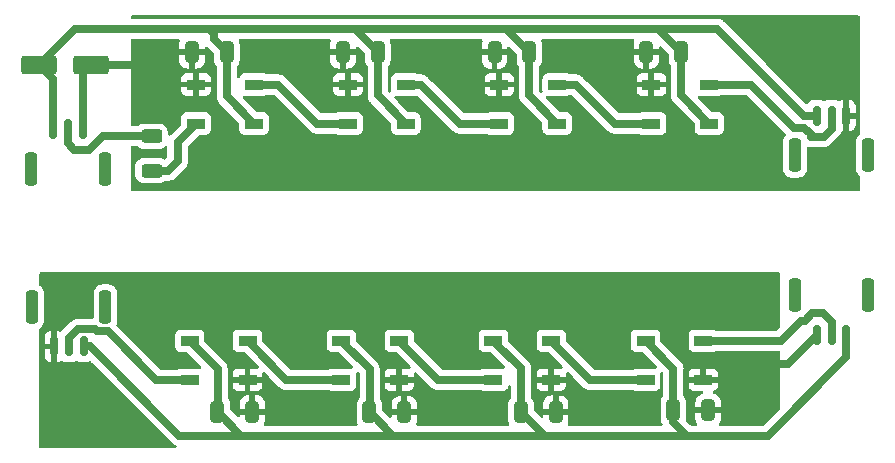
<source format=gbr>
%TF.GenerationSoftware,KiCad,Pcbnew,7.0.9*%
%TF.CreationDate,2024-09-08T14:45:42+10:00*%
%TF.ProjectId,RGB LED Mounting Board,52474220-4c45-4442-904d-6f756e74696e,rev?*%
%TF.SameCoordinates,Original*%
%TF.FileFunction,Copper,L1,Top*%
%TF.FilePolarity,Positive*%
%FSLAX46Y46*%
G04 Gerber Fmt 4.6, Leading zero omitted, Abs format (unit mm)*
G04 Created by KiCad (PCBNEW 7.0.9) date 2024-09-08 14:45:42*
%MOMM*%
%LPD*%
G01*
G04 APERTURE LIST*
G04 Aperture macros list*
%AMRoundRect*
0 Rectangle with rounded corners*
0 $1 Rounding radius*
0 $2 $3 $4 $5 $6 $7 $8 $9 X,Y pos of 4 corners*
0 Add a 4 corners polygon primitive as box body*
4,1,4,$2,$3,$4,$5,$6,$7,$8,$9,$2,$3,0*
0 Add four circle primitives for the rounded corners*
1,1,$1+$1,$2,$3*
1,1,$1+$1,$4,$5*
1,1,$1+$1,$6,$7*
1,1,$1+$1,$8,$9*
0 Add four rect primitives between the rounded corners*
20,1,$1+$1,$2,$3,$4,$5,0*
20,1,$1+$1,$4,$5,$6,$7,0*
20,1,$1+$1,$6,$7,$8,$9,0*
20,1,$1+$1,$8,$9,$2,$3,0*%
G04 Aperture macros list end*
%TA.AperFunction,SMDPad,CuDef*%
%ADD10RoundRect,0.250000X0.325000X0.650000X-0.325000X0.650000X-0.325000X-0.650000X0.325000X-0.650000X0*%
%TD*%
%TA.AperFunction,SMDPad,CuDef*%
%ADD11RoundRect,0.250000X-0.325000X-0.650000X0.325000X-0.650000X0.325000X0.650000X-0.325000X0.650000X0*%
%TD*%
%TA.AperFunction,SMDPad,CuDef*%
%ADD12RoundRect,0.250000X-0.625000X0.312500X-0.625000X-0.312500X0.625000X-0.312500X0.625000X0.312500X0*%
%TD*%
%TA.AperFunction,SMDPad,CuDef*%
%ADD13R,1.500000X0.900000*%
%TD*%
%TA.AperFunction,SMDPad,CuDef*%
%ADD14RoundRect,0.250000X-1.250000X-0.550000X1.250000X-0.550000X1.250000X0.550000X-1.250000X0.550000X0*%
%TD*%
%TA.AperFunction,SMDPad,CuDef*%
%ADD15RoundRect,0.150000X-0.150000X-0.700000X0.150000X-0.700000X0.150000X0.700000X-0.150000X0.700000X0*%
%TD*%
%TA.AperFunction,SMDPad,CuDef*%
%ADD16RoundRect,0.250000X-0.250000X-1.150000X0.250000X-1.150000X0.250000X1.150000X-0.250000X1.150000X0*%
%TD*%
%TA.AperFunction,SMDPad,CuDef*%
%ADD17RoundRect,0.150000X0.150000X0.700000X-0.150000X0.700000X-0.150000X-0.700000X0.150000X-0.700000X0*%
%TD*%
%TA.AperFunction,SMDPad,CuDef*%
%ADD18RoundRect,0.250000X0.250000X1.150000X-0.250000X1.150000X-0.250000X-1.150000X0.250000X-1.150000X0*%
%TD*%
%TA.AperFunction,Conductor*%
%ADD19C,0.700000*%
%TD*%
G04 APERTURE END LIST*
D10*
%TO.P,C8,1*%
%TO.N,GND1*%
X137800000Y-51050000D03*
%TO.P,C8,2*%
%TO.N,VDDA*%
X134850000Y-51050000D03*
%TD*%
%TO.P,C7,1*%
%TO.N,GND1*%
X150675000Y-51100000D03*
%TO.P,C7,2*%
%TO.N,VDDA*%
X147725000Y-51100000D03*
%TD*%
%TO.P,C6,1*%
%TO.N,GND1*%
X163500000Y-51075000D03*
%TO.P,C6,2*%
%TO.N,VDDA*%
X160550000Y-51075000D03*
%TD*%
%TO.P,C5,1*%
%TO.N,GND1*%
X176400000Y-50925000D03*
%TO.P,C5,2*%
%TO.N,VDDA*%
X173450000Y-50925000D03*
%TD*%
D11*
%TO.P,C4,1*%
%TO.N,GND*%
X171175000Y-20600000D03*
%TO.P,C4,2*%
%TO.N,VDD*%
X174125000Y-20600000D03*
%TD*%
%TO.P,C3,1*%
%TO.N,GND*%
X158312500Y-20625000D03*
%TO.P,C3,2*%
%TO.N,VDD*%
X161262500Y-20625000D03*
%TD*%
%TO.P,C2,1*%
%TO.N,GND*%
X145487500Y-20600000D03*
%TO.P,C2,2*%
%TO.N,VDD*%
X148437500Y-20600000D03*
%TD*%
%TO.P,C1,1*%
%TO.N,GND*%
X132700000Y-20600000D03*
%TO.P,C1,2*%
%TO.N,VDD*%
X135650000Y-20600000D03*
%TD*%
D12*
%TO.P,R1,1*%
%TO.N,Net-(J1-Pin_2)*%
X129275000Y-27712500D03*
%TO.P,R1,2*%
%TO.N,Net-(D1-DIN)*%
X129275000Y-30637500D03*
%TD*%
D13*
%TO.P,D8,1,VDD*%
%TO.N,VDDA*%
X132500000Y-45050000D03*
%TO.P,D8,2,DOUT*%
%TO.N,Net-(D8-DOUT)*%
X132500000Y-48350000D03*
%TO.P,D8,3,VSS*%
%TO.N,GND1*%
X137400000Y-48350000D03*
%TO.P,D8,4,DIN*%
%TO.N,Net-(D7-DOUT)*%
X137400000Y-45050000D03*
%TD*%
%TO.P,D5,1,VDD*%
%TO.N,VDDA*%
X171100000Y-45050000D03*
%TO.P,D5,2,DOUT*%
%TO.N,Net-(D5-DOUT)*%
X171100000Y-48350000D03*
%TO.P,D5,3,VSS*%
%TO.N,GND1*%
X176000000Y-48350000D03*
%TO.P,D5,4,DIN*%
%TO.N,Net-(D5-DIN)*%
X176000000Y-45050000D03*
%TD*%
D14*
%TO.P,C9,1*%
%TO.N,VDD*%
X119750000Y-21700000D03*
%TO.P,C9,2*%
%TO.N,GND*%
X124150000Y-21700000D03*
%TD*%
D15*
%TO.P,J4,1,Pin_1*%
%TO.N,GND1*%
X121025000Y-45525000D03*
%TO.P,J4,2,Pin_2*%
%TO.N,Net-(D8-DOUT)*%
X122275000Y-45525000D03*
%TO.P,J4,3,Pin_3*%
%TO.N,VDDA*%
X123525000Y-45525000D03*
D16*
%TO.P,J4,MP*%
%TO.N,N/C*%
X119175000Y-42175000D03*
X125375000Y-42175000D03*
%TD*%
D17*
%TO.P,J2,1,Pin_1*%
%TO.N,GND*%
X188100000Y-25975000D03*
%TO.P,J2,2,Pin_2*%
%TO.N,Net-(D4-DOUT)*%
X186850000Y-25975000D03*
%TO.P,J2,3,Pin_3*%
%TO.N,VDD*%
X185600000Y-25975000D03*
D18*
%TO.P,J2,MP*%
%TO.N,N/C*%
X189950000Y-29325000D03*
X183750000Y-29325000D03*
%TD*%
D13*
%TO.P,D2,1,VDD*%
%TO.N,VDD*%
X150800000Y-26650000D03*
%TO.P,D2,2,DOUT*%
%TO.N,Net-(D2-DOUT)*%
X150800000Y-23350000D03*
%TO.P,D2,3,VSS*%
%TO.N,GND*%
X145900000Y-23350000D03*
%TO.P,D2,4,DIN*%
%TO.N,Net-(D1-DOUT)*%
X145900000Y-26650000D03*
%TD*%
D15*
%TO.P,J3,1,Pin_1*%
%TO.N,GND1*%
X185600000Y-44525000D03*
%TO.P,J3,2,Pin_2*%
%TO.N,Net-(D5-DIN)*%
X186850000Y-44525000D03*
%TO.P,J3,3,Pin_3*%
%TO.N,VDDA*%
X188100000Y-44525000D03*
D16*
%TO.P,J3,MP*%
%TO.N,N/C*%
X183750000Y-41175000D03*
X189950000Y-41175000D03*
%TD*%
D13*
%TO.P,D7,1,VDD*%
%TO.N,VDDA*%
X145350000Y-45050000D03*
%TO.P,D7,2,DOUT*%
%TO.N,Net-(D7-DOUT)*%
X145350000Y-48350000D03*
%TO.P,D7,3,VSS*%
%TO.N,GND1*%
X150250000Y-48350000D03*
%TO.P,D7,4,DIN*%
%TO.N,Net-(D6-DOUT)*%
X150250000Y-45050000D03*
%TD*%
%TO.P,D1,1,VDD*%
%TO.N,VDD*%
X137950000Y-26650000D03*
%TO.P,D1,2,DOUT*%
%TO.N,Net-(D1-DOUT)*%
X137950000Y-23350000D03*
%TO.P,D1,3,VSS*%
%TO.N,GND*%
X133050000Y-23350000D03*
%TO.P,D1,4,DIN*%
%TO.N,Net-(D1-DIN)*%
X133050000Y-26650000D03*
%TD*%
%TO.P,D3,1,VDD*%
%TO.N,VDD*%
X163625000Y-26650000D03*
%TO.P,D3,2,DOUT*%
%TO.N,Net-(D3-DOUT)*%
X163625000Y-23350000D03*
%TO.P,D3,3,VSS*%
%TO.N,GND*%
X158725000Y-23350000D03*
%TO.P,D3,4,DIN*%
%TO.N,Net-(D2-DOUT)*%
X158725000Y-26650000D03*
%TD*%
%TO.P,D4,1,VDD*%
%TO.N,VDD*%
X176500000Y-26650000D03*
%TO.P,D4,2,DOUT*%
%TO.N,Net-(D4-DOUT)*%
X176500000Y-23350000D03*
%TO.P,D4,3,VSS*%
%TO.N,GND*%
X171600000Y-23350000D03*
%TO.P,D4,4,DIN*%
%TO.N,Net-(D3-DOUT)*%
X171600000Y-26650000D03*
%TD*%
%TO.P,D6,1,VDD*%
%TO.N,VDDA*%
X158225000Y-45050000D03*
%TO.P,D6,2,DOUT*%
%TO.N,Net-(D6-DOUT)*%
X158225000Y-48350000D03*
%TO.P,D6,3,VSS*%
%TO.N,GND1*%
X163125000Y-48350000D03*
%TO.P,D6,4,DIN*%
%TO.N,Net-(D5-DOUT)*%
X163125000Y-45050000D03*
%TD*%
D17*
%TO.P,J1,1,Pin_1*%
%TO.N,GND*%
X123450000Y-27125000D03*
%TO.P,J1,2,Pin_2*%
%TO.N,Net-(J1-Pin_2)*%
X122200000Y-27125000D03*
%TO.P,J1,3,Pin_3*%
%TO.N,VDD*%
X120950000Y-27125000D03*
D18*
%TO.P,J1,MP*%
%TO.N,N/C*%
X125300000Y-30475000D03*
X119100000Y-30475000D03*
%TD*%
D19*
%TO.N,GND*%
X123450000Y-27125000D02*
X123450000Y-22400000D01*
X124150000Y-21700000D02*
X127975000Y-21700000D01*
X127975000Y-21700000D02*
X128025000Y-21650000D01*
X123450000Y-22400000D02*
X124150000Y-21700000D01*
%TO.N,VDD*%
X134125000Y-18650000D02*
X146475000Y-18650000D01*
X159275000Y-18650000D02*
X161250000Y-20625000D01*
X119750000Y-21700000D02*
X122800000Y-18650000D01*
X135637500Y-20600000D02*
X135637500Y-24337500D01*
X146475000Y-18650000D02*
X159275000Y-18650000D01*
X161250000Y-20625000D02*
X161250000Y-24275000D01*
X174112500Y-20600000D02*
X174112500Y-24262500D01*
X135637500Y-24337500D02*
X137950000Y-26650000D01*
X184500000Y-25975000D02*
X185600000Y-25975000D01*
X134125000Y-18650000D02*
X134550000Y-19075000D01*
X148425000Y-24275000D02*
X150800000Y-26650000D01*
X172162500Y-18650000D02*
X174112500Y-20600000D01*
X134550000Y-19512500D02*
X135637500Y-20600000D01*
X159275000Y-18650000D02*
X172162500Y-18650000D01*
X148425000Y-20600000D02*
X148425000Y-24275000D01*
X174112500Y-24262500D02*
X176500000Y-26650000D01*
X120950000Y-27125000D02*
X120950000Y-22900000D01*
X120950000Y-22900000D02*
X119750000Y-21700000D01*
X177175000Y-18650000D02*
X184500000Y-25975000D01*
X161250000Y-24275000D02*
X163625000Y-26650000D01*
X172162500Y-18650000D02*
X177175000Y-18650000D01*
X134550000Y-19075000D02*
X134550000Y-19512500D01*
X122800000Y-18650000D02*
X134125000Y-18650000D01*
X146475000Y-18650000D02*
X148425000Y-20600000D01*
%TO.N,GND1*%
X183125000Y-47000000D02*
X182375000Y-47000000D01*
X185600000Y-44525000D02*
X183125000Y-47000000D01*
%TO.N,VDDA*%
X174575000Y-53075000D02*
X173462500Y-51962500D01*
X173462500Y-47412500D02*
X171100000Y-45050000D01*
X147737500Y-51100000D02*
X147737500Y-47437500D01*
X160562500Y-47387500D02*
X158225000Y-45050000D01*
X147737500Y-47437500D02*
X145350000Y-45050000D01*
X174575000Y-53075000D02*
X162562500Y-53075000D01*
X160562500Y-51075000D02*
X160562500Y-47387500D01*
X173462500Y-50925000D02*
X173462500Y-47412500D01*
X149712500Y-53075000D02*
X147737500Y-51100000D01*
X136887500Y-53075000D02*
X134862500Y-51050000D01*
X131625000Y-53075000D02*
X124075000Y-45525000D01*
X188100000Y-44525000D02*
X188100000Y-46425000D01*
X162562500Y-53075000D02*
X149712500Y-53075000D01*
X173462500Y-51962500D02*
X173462500Y-50925000D01*
X136887500Y-53075000D02*
X131625000Y-53075000D01*
X124075000Y-45525000D02*
X123525000Y-45525000D01*
X134862500Y-51050000D02*
X134862500Y-47412500D01*
X188100000Y-46425000D02*
X181450000Y-53075000D01*
X181450000Y-53075000D02*
X174575000Y-53075000D01*
X134862500Y-47412500D02*
X132500000Y-45050000D01*
X149712500Y-53075000D02*
X136887500Y-53075000D01*
X162562500Y-53075000D02*
X160562500Y-51075000D01*
%TO.N,Net-(D1-DOUT)*%
X143300000Y-26650000D02*
X145900000Y-26650000D01*
X140000000Y-23350000D02*
X143300000Y-26650000D01*
X137950000Y-23350000D02*
X140000000Y-23350000D01*
%TO.N,Net-(D1-DIN)*%
X131475000Y-29850000D02*
X131475000Y-28225000D01*
X130687500Y-30637500D02*
X131475000Y-29850000D01*
X129275000Y-30637500D02*
X130687500Y-30637500D01*
X131475000Y-28225000D02*
X133050000Y-26650000D01*
%TO.N,Net-(D2-DOUT)*%
X150800000Y-23350000D02*
X152075000Y-23350000D01*
X152075000Y-23350000D02*
X155375000Y-26650000D01*
X155375000Y-26650000D02*
X158725000Y-26650000D01*
%TO.N,Net-(D3-DOUT)*%
X165200000Y-23350000D02*
X168500000Y-26650000D01*
X163625000Y-23350000D02*
X165200000Y-23350000D01*
X168500000Y-26650000D02*
X171600000Y-26650000D01*
%TO.N,Net-(D4-DOUT)*%
X186850000Y-27100000D02*
X186850000Y-25975000D01*
X176500000Y-23350000D02*
X180000000Y-23350000D01*
X185075000Y-27575000D02*
X185075000Y-27775000D01*
X183650000Y-27000000D02*
X184500000Y-27000000D01*
X180000000Y-23350000D02*
X183650000Y-27000000D01*
X186175000Y-27775000D02*
X186850000Y-27100000D01*
X185075000Y-27775000D02*
X186175000Y-27775000D01*
X184500000Y-27000000D02*
X185075000Y-27575000D01*
%TO.N,Net-(D5-DOUT)*%
X171100000Y-48350000D02*
X166425000Y-48350000D01*
X166425000Y-48350000D02*
X163125000Y-45050000D01*
%TO.N,Net-(D5-DIN)*%
X186850000Y-43425000D02*
X186125000Y-42700000D01*
X185225000Y-42700000D02*
X184575000Y-43350000D01*
X184575000Y-43350000D02*
X184250000Y-43350000D01*
X186125000Y-42700000D02*
X185225000Y-42700000D01*
X184250000Y-43350000D02*
X182550000Y-45050000D01*
X182550000Y-45050000D02*
X176000000Y-45050000D01*
X186850000Y-44525000D02*
X186850000Y-43425000D01*
%TO.N,Net-(D6-DOUT)*%
X153550000Y-48350000D02*
X150250000Y-45050000D01*
X158225000Y-48350000D02*
X153550000Y-48350000D01*
%TO.N,Net-(D7-DOUT)*%
X140700000Y-48350000D02*
X137400000Y-45050000D01*
X145350000Y-48350000D02*
X140700000Y-48350000D01*
%TO.N,Net-(D8-DOUT)*%
X124675000Y-44225000D02*
X124475000Y-44025000D01*
X124475000Y-44025000D02*
X123039472Y-44025000D01*
X123039472Y-44025000D02*
X122275000Y-44789472D01*
X125550000Y-44225000D02*
X124675000Y-44225000D01*
X129675000Y-48350000D02*
X125550000Y-44225000D01*
X132500000Y-48350000D02*
X129675000Y-48350000D01*
X122275000Y-44789472D02*
X122275000Y-45525000D01*
%TO.N,Net-(J1-Pin_2)*%
X125137500Y-27712500D02*
X129275000Y-27712500D01*
X122725000Y-28850000D02*
X124000000Y-28850000D01*
X122200000Y-27125000D02*
X122200000Y-28325000D01*
X124000000Y-28850000D02*
X125137500Y-27712500D01*
X122200000Y-28325000D02*
X122725000Y-28850000D01*
%TD*%
%TA.AperFunction,Conductor*%
%TO.N,GND*%
G36*
X189193039Y-17519685D02*
G01*
X189238794Y-17572489D01*
X189250000Y-17624000D01*
X189250000Y-27512270D01*
X189230315Y-27579309D01*
X189213681Y-27599951D01*
X189107289Y-27706342D01*
X189015187Y-27855663D01*
X189015186Y-27855666D01*
X188960001Y-28022203D01*
X188960001Y-28022204D01*
X188960000Y-28022204D01*
X188949500Y-28124983D01*
X188949500Y-30525001D01*
X188949501Y-30525018D01*
X188960000Y-30627796D01*
X188960001Y-30627799D01*
X189015185Y-30794331D01*
X189015187Y-30794336D01*
X189107289Y-30943657D01*
X189213681Y-31050049D01*
X189247166Y-31111372D01*
X189250000Y-31137730D01*
X189250000Y-32276000D01*
X189230315Y-32343039D01*
X189177511Y-32388794D01*
X189126000Y-32400000D01*
X127624000Y-32400000D01*
X127556961Y-32380315D01*
X127511206Y-32327511D01*
X127500000Y-32276000D01*
X127500000Y-28687000D01*
X127519685Y-28619961D01*
X127572489Y-28574206D01*
X127624000Y-28563000D01*
X128075270Y-28563000D01*
X128142309Y-28582685D01*
X128162951Y-28599319D01*
X128181344Y-28617712D01*
X128330666Y-28709814D01*
X128497203Y-28764999D01*
X128599991Y-28775500D01*
X129950008Y-28775499D01*
X130052797Y-28764999D01*
X130219334Y-28709814D01*
X130368656Y-28617712D01*
X130412819Y-28573549D01*
X130474142Y-28540064D01*
X130543834Y-28545048D01*
X130599767Y-28586920D01*
X130624184Y-28652384D01*
X130624500Y-28661230D01*
X130624500Y-29446348D01*
X130604815Y-29513387D01*
X130588181Y-29534029D01*
X130451138Y-29671072D01*
X130389815Y-29704557D01*
X130320123Y-29699573D01*
X130298365Y-29688932D01*
X130219334Y-29640186D01*
X130052797Y-29585001D01*
X130052795Y-29585000D01*
X129950010Y-29574500D01*
X128599998Y-29574500D01*
X128599981Y-29574501D01*
X128497203Y-29585000D01*
X128497200Y-29585001D01*
X128330668Y-29640185D01*
X128330663Y-29640187D01*
X128181342Y-29732289D01*
X128057289Y-29856342D01*
X127965187Y-30005663D01*
X127965186Y-30005666D01*
X127910001Y-30172203D01*
X127910001Y-30172204D01*
X127910000Y-30172204D01*
X127899500Y-30274983D01*
X127899500Y-31000001D01*
X127899501Y-31000019D01*
X127910000Y-31102796D01*
X127910001Y-31102799D01*
X127947181Y-31214998D01*
X127965186Y-31269334D01*
X128057288Y-31418656D01*
X128181344Y-31542712D01*
X128330666Y-31634814D01*
X128497203Y-31689999D01*
X128599991Y-31700500D01*
X129950008Y-31700499D01*
X130052797Y-31689999D01*
X130219334Y-31634814D01*
X130368656Y-31542712D01*
X130387049Y-31524319D01*
X130448372Y-31490834D01*
X130474730Y-31488000D01*
X130650413Y-31488000D01*
X130655448Y-31488205D01*
X130675062Y-31489801D01*
X130710667Y-31492701D01*
X130790892Y-31481770D01*
X130871410Y-31473014D01*
X130871414Y-31473012D01*
X130872536Y-31472766D01*
X130892807Y-31468015D01*
X130893962Y-31467728D01*
X130893962Y-31467727D01*
X130893968Y-31467727D01*
X130969986Y-31439799D01*
X131046721Y-31413944D01*
X131046727Y-31413939D01*
X131047851Y-31413420D01*
X131066623Y-31404423D01*
X131067612Y-31403933D01*
X131067616Y-31403932D01*
X131135853Y-31360315D01*
X131205236Y-31318570D01*
X131205241Y-31318565D01*
X131206169Y-31317860D01*
X131222576Y-31305033D01*
X131223486Y-31304302D01*
X131223486Y-31304301D01*
X131223489Y-31304300D01*
X131252118Y-31275670D01*
X131280749Y-31247040D01*
X131314575Y-31214998D01*
X131339541Y-31191349D01*
X131339545Y-31191342D01*
X131340257Y-31190505D01*
X131354404Y-31173383D01*
X132050192Y-30477595D01*
X132053859Y-30474215D01*
X132096100Y-30438337D01*
X132145097Y-30373881D01*
X132195841Y-30310754D01*
X132195842Y-30310751D01*
X132196480Y-30309753D01*
X132207406Y-30292138D01*
X132208043Y-30291077D01*
X132208054Y-30291064D01*
X132242066Y-30217547D01*
X132278036Y-30145021D01*
X132278039Y-30145008D01*
X132278452Y-30143886D01*
X132285389Y-30124183D01*
X132285727Y-30123177D01*
X132285732Y-30123167D01*
X132303141Y-30044073D01*
X132322684Y-29965495D01*
X132322683Y-29965495D01*
X132322685Y-29965491D01*
X132322830Y-29964426D01*
X132325371Y-29943677D01*
X132325500Y-29942497D01*
X132325500Y-29861531D01*
X132327693Y-29780564D01*
X132327608Y-29779520D01*
X132325500Y-29757352D01*
X132325500Y-28628650D01*
X132345185Y-28561611D01*
X132361815Y-28540973D01*
X133265970Y-27636817D01*
X133327293Y-27603333D01*
X133353651Y-27600499D01*
X133847871Y-27600499D01*
X133847872Y-27600499D01*
X133907483Y-27594091D01*
X134042331Y-27543796D01*
X134157546Y-27457546D01*
X134243796Y-27342331D01*
X134294091Y-27207483D01*
X134300500Y-27147873D01*
X134300499Y-26152128D01*
X134294091Y-26092517D01*
X134243796Y-25957669D01*
X134243795Y-25957668D01*
X134243793Y-25957664D01*
X134157547Y-25842455D01*
X134157544Y-25842452D01*
X134042335Y-25756206D01*
X134042328Y-25756202D01*
X133907482Y-25705908D01*
X133907483Y-25705908D01*
X133847883Y-25699501D01*
X133847881Y-25699500D01*
X133847873Y-25699500D01*
X133847864Y-25699500D01*
X132252129Y-25699500D01*
X132252123Y-25699501D01*
X132192516Y-25705908D01*
X132057671Y-25756202D01*
X132057664Y-25756206D01*
X131942455Y-25842452D01*
X131942452Y-25842455D01*
X131856206Y-25957664D01*
X131856202Y-25957671D01*
X131805908Y-26092517D01*
X131799501Y-26152116D01*
X131799501Y-26152123D01*
X131799500Y-26152135D01*
X131799500Y-26646348D01*
X131779815Y-26713387D01*
X131763181Y-26734029D01*
X130899830Y-27597380D01*
X130896127Y-27600794D01*
X130854777Y-27635918D01*
X130790940Y-27664317D01*
X130721882Y-27653695D01*
X130669530Y-27607424D01*
X130650499Y-27541412D01*
X130650499Y-27349998D01*
X130650498Y-27349981D01*
X130639999Y-27247203D01*
X130639998Y-27247200D01*
X130621871Y-27192497D01*
X130584814Y-27080666D01*
X130492712Y-26931344D01*
X130368656Y-26807288D01*
X130219334Y-26715186D01*
X130052797Y-26660001D01*
X130052795Y-26660000D01*
X129950010Y-26649500D01*
X128599998Y-26649500D01*
X128599981Y-26649501D01*
X128497203Y-26660000D01*
X128497200Y-26660001D01*
X128330668Y-26715185D01*
X128330663Y-26715187D01*
X128181342Y-26807289D01*
X128162951Y-26825681D01*
X128101628Y-26859166D01*
X128075270Y-26862000D01*
X127624000Y-26862000D01*
X127556961Y-26842315D01*
X127511206Y-26789511D01*
X127500000Y-26738000D01*
X127500000Y-23600000D01*
X131800000Y-23600000D01*
X131800000Y-23847844D01*
X131806401Y-23907372D01*
X131806403Y-23907379D01*
X131856645Y-24042086D01*
X131856649Y-24042093D01*
X131942809Y-24157187D01*
X131942812Y-24157190D01*
X132057906Y-24243350D01*
X132057913Y-24243354D01*
X132192620Y-24293596D01*
X132192627Y-24293598D01*
X132252155Y-24299999D01*
X132252172Y-24300000D01*
X132800000Y-24300000D01*
X132800000Y-23600000D01*
X133300000Y-23600000D01*
X133300000Y-24300000D01*
X133847828Y-24300000D01*
X133847844Y-24299999D01*
X133907372Y-24293598D01*
X133907379Y-24293596D01*
X134042086Y-24243354D01*
X134042093Y-24243350D01*
X134157187Y-24157190D01*
X134157190Y-24157187D01*
X134243350Y-24042093D01*
X134243354Y-24042086D01*
X134293596Y-23907379D01*
X134293598Y-23907372D01*
X134299999Y-23847844D01*
X134300000Y-23847827D01*
X134300000Y-23600000D01*
X133300000Y-23600000D01*
X132800000Y-23600000D01*
X131800000Y-23600000D01*
X127500000Y-23600000D01*
X127500000Y-23100000D01*
X131800000Y-23100000D01*
X132800000Y-23100000D01*
X132800000Y-22400000D01*
X133300000Y-22400000D01*
X133300000Y-23100000D01*
X134300000Y-23100000D01*
X134300000Y-22852172D01*
X134299999Y-22852155D01*
X134293598Y-22792627D01*
X134293596Y-22792620D01*
X134243354Y-22657913D01*
X134243350Y-22657906D01*
X134157190Y-22542812D01*
X134157187Y-22542809D01*
X134042093Y-22456649D01*
X134042086Y-22456645D01*
X133907379Y-22406403D01*
X133907372Y-22406401D01*
X133847844Y-22400000D01*
X133300000Y-22400000D01*
X132800000Y-22400000D01*
X132252155Y-22400000D01*
X132192627Y-22406401D01*
X132192620Y-22406403D01*
X132057913Y-22456645D01*
X132057906Y-22456649D01*
X131942812Y-22542809D01*
X131942809Y-22542812D01*
X131856649Y-22657906D01*
X131856645Y-22657913D01*
X131806403Y-22792620D01*
X131806401Y-22792627D01*
X131800000Y-22852155D01*
X131800000Y-23100000D01*
X127500000Y-23100000D01*
X127500000Y-20850000D01*
X131625001Y-20850000D01*
X131625001Y-21299986D01*
X131635494Y-21402697D01*
X131690641Y-21569119D01*
X131690643Y-21569124D01*
X131782684Y-21718345D01*
X131906654Y-21842315D01*
X132055875Y-21934356D01*
X132055880Y-21934358D01*
X132222302Y-21989505D01*
X132222309Y-21989506D01*
X132325019Y-21999999D01*
X132449999Y-21999999D01*
X132450000Y-21999998D01*
X132450000Y-20850000D01*
X132950000Y-20850000D01*
X132950000Y-21999999D01*
X133074972Y-21999999D01*
X133074986Y-21999998D01*
X133177697Y-21989505D01*
X133344119Y-21934358D01*
X133344124Y-21934356D01*
X133493345Y-21842315D01*
X133617315Y-21718345D01*
X133709356Y-21569124D01*
X133709358Y-21569119D01*
X133764505Y-21402697D01*
X133764506Y-21402690D01*
X133774999Y-21299986D01*
X133775000Y-21299973D01*
X133775000Y-20850000D01*
X132950000Y-20850000D01*
X132450000Y-20850000D01*
X131625001Y-20850000D01*
X127500000Y-20850000D01*
X127500000Y-19624500D01*
X127519685Y-19557461D01*
X127572489Y-19511706D01*
X127624000Y-19500500D01*
X131562125Y-19500500D01*
X131629164Y-19520185D01*
X131674919Y-19572989D01*
X131684863Y-19642147D01*
X131679831Y-19663504D01*
X131635494Y-19797302D01*
X131635493Y-19797309D01*
X131625000Y-19900013D01*
X131625000Y-20350000D01*
X133774999Y-20350000D01*
X133774999Y-20242289D01*
X133794684Y-20175250D01*
X133847488Y-20129495D01*
X133916646Y-20119551D01*
X133980202Y-20148576D01*
X133989012Y-20157004D01*
X133996151Y-20164541D01*
X133996154Y-20164543D01*
X133996155Y-20164544D01*
X133996983Y-20165247D01*
X134014119Y-20179408D01*
X134538181Y-20703470D01*
X134571666Y-20764793D01*
X134574500Y-20791151D01*
X134574500Y-21300001D01*
X134574501Y-21300019D01*
X134585000Y-21402796D01*
X134585001Y-21402799D01*
X134640185Y-21569331D01*
X134640187Y-21569336D01*
X134655604Y-21594331D01*
X134732096Y-21718345D01*
X134732289Y-21718657D01*
X134750681Y-21737049D01*
X134784166Y-21798372D01*
X134787000Y-21824730D01*
X134787000Y-24300411D01*
X134786795Y-24305445D01*
X134782298Y-24360663D01*
X134793229Y-24440892D01*
X134801986Y-24521413D01*
X134802210Y-24522430D01*
X134807025Y-24542973D01*
X134807273Y-24543970D01*
X134812239Y-24557486D01*
X134835200Y-24619986D01*
X134853304Y-24673716D01*
X134861057Y-24696723D01*
X134861501Y-24697685D01*
X134870646Y-24716766D01*
X134871064Y-24717609D01*
X134871067Y-24717614D01*
X134871068Y-24717616D01*
X134902544Y-24766860D01*
X134914684Y-24785853D01*
X134956430Y-24855236D01*
X134957038Y-24856036D01*
X134970078Y-24872716D01*
X134970701Y-24873491D01*
X135027958Y-24930748D01*
X135083650Y-24989540D01*
X135084510Y-24990271D01*
X135101623Y-25004411D01*
X136663181Y-26565969D01*
X136696666Y-26627292D01*
X136699500Y-26653650D01*
X136699500Y-27147870D01*
X136699501Y-27147876D01*
X136705908Y-27207483D01*
X136756202Y-27342328D01*
X136756206Y-27342335D01*
X136842452Y-27457544D01*
X136842455Y-27457547D01*
X136957664Y-27543793D01*
X136957671Y-27543797D01*
X137092517Y-27594091D01*
X137092516Y-27594091D01*
X137099444Y-27594835D01*
X137152127Y-27600500D01*
X138747872Y-27600499D01*
X138807483Y-27594091D01*
X138942331Y-27543796D01*
X139057546Y-27457546D01*
X139143796Y-27342331D01*
X139194091Y-27207483D01*
X139200500Y-27147873D01*
X139200499Y-26152128D01*
X139194091Y-26092517D01*
X139143796Y-25957669D01*
X139143795Y-25957668D01*
X139143793Y-25957664D01*
X139057547Y-25842455D01*
X139057544Y-25842452D01*
X138942335Y-25756206D01*
X138942328Y-25756202D01*
X138807482Y-25705908D01*
X138807483Y-25705908D01*
X138747883Y-25699501D01*
X138747881Y-25699500D01*
X138747873Y-25699500D01*
X138747865Y-25699500D01*
X138253651Y-25699500D01*
X138186612Y-25679815D01*
X138165970Y-25663181D01*
X137009810Y-24507021D01*
X136976325Y-24445698D01*
X136981309Y-24376006D01*
X137023181Y-24320073D01*
X137088645Y-24295656D01*
X137110746Y-24296050D01*
X137152127Y-24300500D01*
X138747872Y-24300499D01*
X138807483Y-24294091D01*
X138942331Y-24243796D01*
X138967128Y-24225233D01*
X139032592Y-24200816D01*
X139041439Y-24200500D01*
X139596349Y-24200500D01*
X139663388Y-24220185D01*
X139684030Y-24236819D01*
X142672385Y-27225173D01*
X142675788Y-27228865D01*
X142711662Y-27271099D01*
X142776126Y-27320104D01*
X142813316Y-27349998D01*
X142839247Y-27370842D01*
X142839252Y-27370844D01*
X142840163Y-27371427D01*
X142857955Y-27382463D01*
X142858933Y-27383052D01*
X142858936Y-27383054D01*
X142932429Y-27417055D01*
X143004979Y-27453037D01*
X143004982Y-27453037D01*
X143004987Y-27453040D01*
X143006019Y-27453419D01*
X143025853Y-27460402D01*
X143026835Y-27460733D01*
X143105916Y-27478139D01*
X143184506Y-27497684D01*
X143184510Y-27497684D01*
X143184514Y-27497685D01*
X143185604Y-27497833D01*
X143206375Y-27500377D01*
X143207502Y-27500499D01*
X143207503Y-27500500D01*
X143207504Y-27500500D01*
X143288469Y-27500500D01*
X143369432Y-27502693D01*
X143369432Y-27502692D01*
X143369435Y-27502693D01*
X143370479Y-27502608D01*
X143392648Y-27500500D01*
X144808561Y-27500500D01*
X144875600Y-27520185D01*
X144882872Y-27525233D01*
X144904484Y-27541412D01*
X144907668Y-27543795D01*
X144907671Y-27543797D01*
X145042517Y-27594091D01*
X145042516Y-27594091D01*
X145049444Y-27594835D01*
X145102127Y-27600500D01*
X146697872Y-27600499D01*
X146757483Y-27594091D01*
X146892331Y-27543796D01*
X147007546Y-27457546D01*
X147093796Y-27342331D01*
X147144091Y-27207483D01*
X147150500Y-27147873D01*
X147150499Y-26152128D01*
X147144091Y-26092517D01*
X147093796Y-25957669D01*
X147093795Y-25957668D01*
X147093793Y-25957664D01*
X147007547Y-25842455D01*
X147007544Y-25842452D01*
X146892335Y-25756206D01*
X146892328Y-25756202D01*
X146757482Y-25705908D01*
X146757483Y-25705908D01*
X146697883Y-25699501D01*
X146697881Y-25699500D01*
X146697873Y-25699500D01*
X146697864Y-25699500D01*
X145102129Y-25699500D01*
X145102123Y-25699501D01*
X145042516Y-25705908D01*
X144907671Y-25756202D01*
X144907668Y-25756204D01*
X144882872Y-25774767D01*
X144817408Y-25799184D01*
X144808561Y-25799500D01*
X143703651Y-25799500D01*
X143636612Y-25779815D01*
X143615970Y-25763181D01*
X142126600Y-24273811D01*
X141452789Y-23600000D01*
X144650000Y-23600000D01*
X144650000Y-23847844D01*
X144656401Y-23907372D01*
X144656403Y-23907379D01*
X144706645Y-24042086D01*
X144706649Y-24042093D01*
X144792809Y-24157187D01*
X144792812Y-24157190D01*
X144907906Y-24243350D01*
X144907913Y-24243354D01*
X145042620Y-24293596D01*
X145042627Y-24293598D01*
X145102155Y-24299999D01*
X145102172Y-24300000D01*
X145650000Y-24300000D01*
X145650000Y-23600000D01*
X146150000Y-23600000D01*
X146150000Y-24300000D01*
X146697828Y-24300000D01*
X146697844Y-24299999D01*
X146757372Y-24293598D01*
X146757379Y-24293596D01*
X146892086Y-24243354D01*
X146892093Y-24243350D01*
X147007187Y-24157190D01*
X147007190Y-24157187D01*
X147093350Y-24042093D01*
X147093354Y-24042086D01*
X147143596Y-23907379D01*
X147143598Y-23907372D01*
X147149999Y-23847844D01*
X147150000Y-23847827D01*
X147150000Y-23600000D01*
X146150000Y-23600000D01*
X145650000Y-23600000D01*
X144650000Y-23600000D01*
X141452789Y-23600000D01*
X140952789Y-23100000D01*
X144650000Y-23100000D01*
X145650000Y-23100000D01*
X145650000Y-22400000D01*
X146150000Y-22400000D01*
X146150000Y-23100000D01*
X147150000Y-23100000D01*
X147150000Y-22852172D01*
X147149999Y-22852155D01*
X147143598Y-22792627D01*
X147143596Y-22792620D01*
X147093354Y-22657913D01*
X147093350Y-22657906D01*
X147007190Y-22542812D01*
X147007187Y-22542809D01*
X146892093Y-22456649D01*
X146892086Y-22456645D01*
X146757379Y-22406403D01*
X146757372Y-22406401D01*
X146697844Y-22400000D01*
X146150000Y-22400000D01*
X145650000Y-22400000D01*
X145102155Y-22400000D01*
X145042627Y-22406401D01*
X145042620Y-22406403D01*
X144907913Y-22456645D01*
X144907906Y-22456649D01*
X144792812Y-22542809D01*
X144792809Y-22542812D01*
X144706649Y-22657906D01*
X144706645Y-22657913D01*
X144656403Y-22792620D01*
X144656401Y-22792627D01*
X144650000Y-22852155D01*
X144650000Y-23100000D01*
X140952789Y-23100000D01*
X140627607Y-22774818D01*
X140624204Y-22771126D01*
X140588336Y-22728899D01*
X140523891Y-22679909D01*
X140460759Y-22629162D01*
X140460758Y-22629161D01*
X140460754Y-22629158D01*
X140460748Y-22629155D01*
X140459854Y-22628583D01*
X140442019Y-22617520D01*
X140441064Y-22616946D01*
X140367560Y-22582939D01*
X140295027Y-22546966D01*
X140293981Y-22546582D01*
X140274160Y-22539602D01*
X140273164Y-22539266D01*
X140194073Y-22521858D01*
X140115494Y-22502315D01*
X140114584Y-22502191D01*
X140093506Y-22499610D01*
X140092501Y-22499501D01*
X140092497Y-22499500D01*
X140092492Y-22499500D01*
X140011531Y-22499500D01*
X139930564Y-22497306D01*
X139929520Y-22497391D01*
X139907352Y-22499500D01*
X139041439Y-22499500D01*
X138974400Y-22479815D01*
X138967128Y-22474767D01*
X138942331Y-22456204D01*
X138942328Y-22456202D01*
X138807482Y-22405908D01*
X138807483Y-22405908D01*
X138747883Y-22399501D01*
X138747881Y-22399500D01*
X138747873Y-22399500D01*
X138747864Y-22399500D01*
X137152129Y-22399500D01*
X137152123Y-22399501D01*
X137092516Y-22405908D01*
X136957671Y-22456202D01*
X136957664Y-22456206D01*
X136842455Y-22542452D01*
X136842452Y-22542455D01*
X136756206Y-22657664D01*
X136756202Y-22657671D01*
X136728182Y-22732799D01*
X136686311Y-22788733D01*
X136620847Y-22813150D01*
X136552574Y-22798299D01*
X136503168Y-22748893D01*
X136488000Y-22689466D01*
X136488000Y-21849730D01*
X136507685Y-21782691D01*
X136524319Y-21762049D01*
X136543023Y-21743345D01*
X136567712Y-21718656D01*
X136659814Y-21569334D01*
X136714999Y-21402797D01*
X136725500Y-21300009D01*
X136725500Y-20850000D01*
X144412501Y-20850000D01*
X144412501Y-21299986D01*
X144422994Y-21402697D01*
X144478141Y-21569119D01*
X144478143Y-21569124D01*
X144570184Y-21718345D01*
X144694154Y-21842315D01*
X144843375Y-21934356D01*
X144843380Y-21934358D01*
X145009802Y-21989505D01*
X145009809Y-21989506D01*
X145112519Y-21999999D01*
X145237499Y-21999999D01*
X145237500Y-21999998D01*
X145237500Y-20850000D01*
X145737500Y-20850000D01*
X145737500Y-21999999D01*
X145862472Y-21999999D01*
X145862486Y-21999998D01*
X145965197Y-21989505D01*
X146131619Y-21934358D01*
X146131624Y-21934356D01*
X146280845Y-21842315D01*
X146404815Y-21718345D01*
X146496856Y-21569124D01*
X146496858Y-21569119D01*
X146552005Y-21402697D01*
X146552006Y-21402690D01*
X146562499Y-21299986D01*
X146562500Y-21299973D01*
X146562500Y-20850000D01*
X145737500Y-20850000D01*
X145237500Y-20850000D01*
X144412501Y-20850000D01*
X136725500Y-20850000D01*
X136725499Y-19899992D01*
X136714999Y-19797203D01*
X136670694Y-19663502D01*
X136668293Y-19593676D01*
X136704024Y-19533634D01*
X136766545Y-19502441D01*
X136788401Y-19500500D01*
X144349625Y-19500500D01*
X144416664Y-19520185D01*
X144462419Y-19572989D01*
X144472363Y-19642147D01*
X144467331Y-19663504D01*
X144422994Y-19797302D01*
X144422993Y-19797309D01*
X144412500Y-19900013D01*
X144412500Y-20350000D01*
X146562499Y-20350000D01*
X146562499Y-20239650D01*
X146582184Y-20172611D01*
X146634988Y-20126856D01*
X146704146Y-20116912D01*
X146767702Y-20145937D01*
X146774180Y-20151969D01*
X147325681Y-20703470D01*
X147359166Y-20764793D01*
X147362000Y-20791151D01*
X147362000Y-21300001D01*
X147362001Y-21300019D01*
X147372500Y-21402796D01*
X147372501Y-21402799D01*
X147427685Y-21569331D01*
X147427687Y-21569336D01*
X147443104Y-21594331D01*
X147519596Y-21718345D01*
X147519789Y-21718657D01*
X147538181Y-21737049D01*
X147571666Y-21798372D01*
X147574500Y-21824730D01*
X147574500Y-24237911D01*
X147574295Y-24242945D01*
X147569798Y-24298163D01*
X147580729Y-24378392D01*
X147589486Y-24458913D01*
X147589710Y-24459930D01*
X147594525Y-24480473D01*
X147594773Y-24481470D01*
X147618108Y-24544986D01*
X147622700Y-24557486D01*
X147646258Y-24627402D01*
X147648557Y-24634223D01*
X147649001Y-24635185D01*
X147658146Y-24654266D01*
X147658564Y-24655109D01*
X147658567Y-24655114D01*
X147658568Y-24655116D01*
X147691533Y-24706689D01*
X147702184Y-24723353D01*
X147743930Y-24792736D01*
X147744538Y-24793536D01*
X147757578Y-24810216D01*
X147758201Y-24810991D01*
X147815459Y-24868249D01*
X147871152Y-24927042D01*
X147871983Y-24927747D01*
X147889119Y-24941908D01*
X149513181Y-26565970D01*
X149546666Y-26627293D01*
X149549500Y-26653651D01*
X149549500Y-27147870D01*
X149549501Y-27147876D01*
X149555908Y-27207483D01*
X149606202Y-27342328D01*
X149606206Y-27342335D01*
X149692452Y-27457544D01*
X149692455Y-27457547D01*
X149807664Y-27543793D01*
X149807671Y-27543797D01*
X149942517Y-27594091D01*
X149942516Y-27594091D01*
X149949444Y-27594835D01*
X150002127Y-27600500D01*
X151597872Y-27600499D01*
X151657483Y-27594091D01*
X151792331Y-27543796D01*
X151907546Y-27457546D01*
X151993796Y-27342331D01*
X152044091Y-27207483D01*
X152050500Y-27147873D01*
X152050499Y-26152128D01*
X152044091Y-26092517D01*
X151993796Y-25957669D01*
X151993795Y-25957668D01*
X151993793Y-25957664D01*
X151907547Y-25842455D01*
X151907544Y-25842452D01*
X151792335Y-25756206D01*
X151792328Y-25756202D01*
X151657482Y-25705908D01*
X151657483Y-25705908D01*
X151597883Y-25699501D01*
X151597881Y-25699500D01*
X151597873Y-25699500D01*
X151597865Y-25699500D01*
X151103650Y-25699500D01*
X151036611Y-25679815D01*
X151015969Y-25663181D01*
X150182842Y-24830054D01*
X149859808Y-24507019D01*
X149826324Y-24445698D01*
X149831308Y-24376006D01*
X149873180Y-24320073D01*
X149938644Y-24295656D01*
X149960745Y-24296051D01*
X149969110Y-24296950D01*
X150002127Y-24300500D01*
X151597872Y-24300499D01*
X151657483Y-24294091D01*
X151698494Y-24278794D01*
X151768184Y-24273811D01*
X151829504Y-24307293D01*
X154747385Y-27225173D01*
X154750788Y-27228865D01*
X154786662Y-27271099D01*
X154851126Y-27320104D01*
X154888316Y-27349998D01*
X154914247Y-27370842D01*
X154914252Y-27370844D01*
X154915163Y-27371427D01*
X154932955Y-27382463D01*
X154933933Y-27383052D01*
X154933936Y-27383054D01*
X155007429Y-27417055D01*
X155079979Y-27453037D01*
X155079982Y-27453037D01*
X155079987Y-27453040D01*
X155081019Y-27453419D01*
X155100853Y-27460402D01*
X155101835Y-27460733D01*
X155180916Y-27478139D01*
X155259506Y-27497684D01*
X155259510Y-27497684D01*
X155259514Y-27497685D01*
X155260604Y-27497833D01*
X155281375Y-27500377D01*
X155282502Y-27500499D01*
X155282503Y-27500500D01*
X155282504Y-27500500D01*
X155363469Y-27500500D01*
X155444432Y-27502693D01*
X155444432Y-27502692D01*
X155444435Y-27502693D01*
X155445479Y-27502608D01*
X155467648Y-27500500D01*
X157633561Y-27500500D01*
X157700600Y-27520185D01*
X157707872Y-27525233D01*
X157729484Y-27541412D01*
X157732668Y-27543795D01*
X157732671Y-27543797D01*
X157867517Y-27594091D01*
X157867516Y-27594091D01*
X157874444Y-27594835D01*
X157927127Y-27600500D01*
X159522872Y-27600499D01*
X159582483Y-27594091D01*
X159717331Y-27543796D01*
X159832546Y-27457546D01*
X159918796Y-27342331D01*
X159969091Y-27207483D01*
X159975500Y-27147873D01*
X159975499Y-26152128D01*
X159969091Y-26092517D01*
X159918796Y-25957669D01*
X159918795Y-25957668D01*
X159918793Y-25957664D01*
X159832547Y-25842455D01*
X159832544Y-25842452D01*
X159717335Y-25756206D01*
X159717328Y-25756202D01*
X159582482Y-25705908D01*
X159582483Y-25705908D01*
X159522883Y-25699501D01*
X159522881Y-25699500D01*
X159522873Y-25699500D01*
X159522864Y-25699500D01*
X157927129Y-25699500D01*
X157927123Y-25699501D01*
X157867516Y-25705908D01*
X157732671Y-25756202D01*
X157732668Y-25756204D01*
X157707872Y-25774767D01*
X157642408Y-25799184D01*
X157633561Y-25799500D01*
X155778651Y-25799500D01*
X155711612Y-25779815D01*
X155690970Y-25763181D01*
X154201600Y-24273811D01*
X153527789Y-23600000D01*
X157475000Y-23600000D01*
X157475000Y-23847844D01*
X157481401Y-23907372D01*
X157481403Y-23907379D01*
X157531645Y-24042086D01*
X157531649Y-24042093D01*
X157617809Y-24157187D01*
X157617812Y-24157190D01*
X157732906Y-24243350D01*
X157732913Y-24243354D01*
X157867620Y-24293596D01*
X157867627Y-24293598D01*
X157927155Y-24299999D01*
X157927172Y-24300000D01*
X158475000Y-24300000D01*
X158475000Y-23600000D01*
X158975000Y-23600000D01*
X158975000Y-24300000D01*
X159522828Y-24300000D01*
X159522844Y-24299999D01*
X159582372Y-24293598D01*
X159582379Y-24293596D01*
X159717086Y-24243354D01*
X159717093Y-24243350D01*
X159832187Y-24157190D01*
X159832190Y-24157187D01*
X159918350Y-24042093D01*
X159918354Y-24042086D01*
X159968596Y-23907379D01*
X159968598Y-23907372D01*
X159974999Y-23847844D01*
X159975000Y-23847827D01*
X159975000Y-23600000D01*
X158975000Y-23600000D01*
X158475000Y-23600000D01*
X157475000Y-23600000D01*
X153527789Y-23600000D01*
X153027789Y-23100000D01*
X157475000Y-23100000D01*
X158475000Y-23100000D01*
X158475000Y-22400000D01*
X158975000Y-22400000D01*
X158975000Y-23100000D01*
X159975000Y-23100000D01*
X159975000Y-22852172D01*
X159974999Y-22852155D01*
X159968598Y-22792627D01*
X159968596Y-22792620D01*
X159918354Y-22657913D01*
X159918350Y-22657906D01*
X159832190Y-22542812D01*
X159832187Y-22542809D01*
X159717093Y-22456649D01*
X159717086Y-22456645D01*
X159582379Y-22406403D01*
X159582372Y-22406401D01*
X159522844Y-22400000D01*
X158975000Y-22400000D01*
X158475000Y-22400000D01*
X157927155Y-22400000D01*
X157867627Y-22406401D01*
X157867620Y-22406403D01*
X157732913Y-22456645D01*
X157732906Y-22456649D01*
X157617812Y-22542809D01*
X157617809Y-22542812D01*
X157531649Y-22657906D01*
X157531645Y-22657913D01*
X157481403Y-22792620D01*
X157481401Y-22792627D01*
X157475000Y-22852155D01*
X157475000Y-23100000D01*
X153027789Y-23100000D01*
X152702607Y-22774818D01*
X152699204Y-22771126D01*
X152663336Y-22728899D01*
X152598891Y-22679909D01*
X152535759Y-22629162D01*
X152535758Y-22629161D01*
X152535754Y-22629158D01*
X152535748Y-22629155D01*
X152534854Y-22628583D01*
X152517019Y-22617520D01*
X152516064Y-22616946D01*
X152442560Y-22582939D01*
X152370027Y-22546966D01*
X152368981Y-22546582D01*
X152349160Y-22539602D01*
X152348164Y-22539266D01*
X152269073Y-22521858D01*
X152190494Y-22502315D01*
X152189584Y-22502191D01*
X152168506Y-22499610D01*
X152167501Y-22499501D01*
X152167497Y-22499500D01*
X152167492Y-22499500D01*
X152086531Y-22499500D01*
X152005564Y-22497306D01*
X152004520Y-22497391D01*
X151982352Y-22499500D01*
X151891439Y-22499500D01*
X151824400Y-22479815D01*
X151817128Y-22474767D01*
X151792331Y-22456204D01*
X151792328Y-22456202D01*
X151657482Y-22405908D01*
X151657483Y-22405908D01*
X151597883Y-22399501D01*
X151597881Y-22399500D01*
X151597873Y-22399500D01*
X151597864Y-22399500D01*
X150002129Y-22399500D01*
X150002123Y-22399501D01*
X149942516Y-22405908D01*
X149807671Y-22456202D01*
X149807664Y-22456206D01*
X149692455Y-22542452D01*
X149692452Y-22542455D01*
X149606206Y-22657664D01*
X149606202Y-22657671D01*
X149555908Y-22792517D01*
X149549501Y-22852116D01*
X149549500Y-22852135D01*
X149549500Y-23847870D01*
X149549501Y-23847879D01*
X149553949Y-23889256D01*
X149541542Y-23958015D01*
X149493930Y-24009151D01*
X149426230Y-24026429D01*
X149359937Y-24004363D01*
X149342978Y-23990189D01*
X149311819Y-23959030D01*
X149278334Y-23897707D01*
X149275500Y-23871349D01*
X149275500Y-21849730D01*
X149295185Y-21782691D01*
X149311819Y-21762049D01*
X149330523Y-21743345D01*
X149355212Y-21718656D01*
X149447314Y-21569334D01*
X149502499Y-21402797D01*
X149513000Y-21300009D01*
X149513000Y-20875000D01*
X157237501Y-20875000D01*
X157237501Y-21324986D01*
X157247994Y-21427697D01*
X157303141Y-21594119D01*
X157303143Y-21594124D01*
X157395184Y-21743345D01*
X157519154Y-21867315D01*
X157668375Y-21959356D01*
X157668380Y-21959358D01*
X157834802Y-22014505D01*
X157834809Y-22014506D01*
X157937519Y-22024999D01*
X158062499Y-22024999D01*
X158062500Y-22024998D01*
X158062500Y-20875000D01*
X158562500Y-20875000D01*
X158562500Y-22024999D01*
X158687472Y-22024999D01*
X158687486Y-22024998D01*
X158790197Y-22014505D01*
X158956619Y-21959358D01*
X158956624Y-21959356D01*
X159105845Y-21867315D01*
X159229815Y-21743345D01*
X159321856Y-21594124D01*
X159321858Y-21594119D01*
X159377005Y-21427697D01*
X159377006Y-21427690D01*
X159387499Y-21324986D01*
X159387500Y-21324973D01*
X159387500Y-20875000D01*
X158562500Y-20875000D01*
X158062500Y-20875000D01*
X157237501Y-20875000D01*
X149513000Y-20875000D01*
X149512999Y-19899992D01*
X149502499Y-19797203D01*
X149458194Y-19663502D01*
X149455793Y-19593676D01*
X149491524Y-19533634D01*
X149554045Y-19502441D01*
X149575901Y-19500500D01*
X157182909Y-19500500D01*
X157249948Y-19520185D01*
X157295703Y-19572989D01*
X157305647Y-19642147D01*
X157300615Y-19663504D01*
X157247994Y-19822302D01*
X157247993Y-19822309D01*
X157237500Y-19925013D01*
X157237500Y-20375000D01*
X159387499Y-20375000D01*
X159387499Y-20264649D01*
X159407184Y-20197610D01*
X159459988Y-20151855D01*
X159529146Y-20141911D01*
X159592702Y-20170936D01*
X159599180Y-20176968D01*
X160150681Y-20728469D01*
X160184166Y-20789792D01*
X160187000Y-20816150D01*
X160187000Y-21325001D01*
X160187001Y-21325019D01*
X160197500Y-21427796D01*
X160197501Y-21427799D01*
X160244332Y-21569124D01*
X160252686Y-21594334D01*
X160344596Y-21743345D01*
X160344789Y-21743657D01*
X160363181Y-21762049D01*
X160396666Y-21823372D01*
X160399500Y-21849730D01*
X160399500Y-24237911D01*
X160399295Y-24242945D01*
X160394798Y-24298163D01*
X160405729Y-24378392D01*
X160414486Y-24458913D01*
X160414710Y-24459930D01*
X160419525Y-24480473D01*
X160419773Y-24481470D01*
X160443108Y-24544986D01*
X160447700Y-24557486D01*
X160471258Y-24627402D01*
X160473557Y-24634223D01*
X160474001Y-24635185D01*
X160483146Y-24654266D01*
X160483564Y-24655109D01*
X160483567Y-24655114D01*
X160483568Y-24655116D01*
X160516533Y-24706689D01*
X160527184Y-24723353D01*
X160568930Y-24792736D01*
X160569538Y-24793536D01*
X160582578Y-24810216D01*
X160583201Y-24810991D01*
X160640459Y-24868249D01*
X160696152Y-24927042D01*
X160696983Y-24927747D01*
X160714119Y-24941908D01*
X162338181Y-26565970D01*
X162371666Y-26627293D01*
X162374500Y-26653651D01*
X162374500Y-27147870D01*
X162374501Y-27147876D01*
X162380908Y-27207483D01*
X162431202Y-27342328D01*
X162431206Y-27342335D01*
X162517452Y-27457544D01*
X162517455Y-27457547D01*
X162632664Y-27543793D01*
X162632671Y-27543797D01*
X162767517Y-27594091D01*
X162767516Y-27594091D01*
X162774444Y-27594835D01*
X162827127Y-27600500D01*
X164422872Y-27600499D01*
X164482483Y-27594091D01*
X164617331Y-27543796D01*
X164732546Y-27457546D01*
X164818796Y-27342331D01*
X164869091Y-27207483D01*
X164875500Y-27147873D01*
X164875499Y-26152128D01*
X164869091Y-26092517D01*
X164818796Y-25957669D01*
X164818795Y-25957668D01*
X164818793Y-25957664D01*
X164732547Y-25842455D01*
X164732544Y-25842452D01*
X164617335Y-25756206D01*
X164617328Y-25756202D01*
X164482482Y-25705908D01*
X164482483Y-25705908D01*
X164422883Y-25699501D01*
X164422881Y-25699500D01*
X164422873Y-25699500D01*
X164422865Y-25699500D01*
X163928650Y-25699500D01*
X163861611Y-25679815D01*
X163840969Y-25663181D01*
X163007842Y-24830054D01*
X162684808Y-24507019D01*
X162651324Y-24445698D01*
X162656308Y-24376006D01*
X162698180Y-24320073D01*
X162763644Y-24295656D01*
X162785745Y-24296051D01*
X162794110Y-24296950D01*
X162827127Y-24300500D01*
X164422872Y-24300499D01*
X164482483Y-24294091D01*
X164617331Y-24243796D01*
X164642128Y-24225233D01*
X164707592Y-24200816D01*
X164716439Y-24200500D01*
X164796349Y-24200500D01*
X164863388Y-24220185D01*
X164884030Y-24236819D01*
X167872385Y-27225173D01*
X167875788Y-27228865D01*
X167911662Y-27271099D01*
X167976126Y-27320104D01*
X168013316Y-27349998D01*
X168039247Y-27370842D01*
X168039252Y-27370844D01*
X168040163Y-27371427D01*
X168057955Y-27382463D01*
X168058933Y-27383052D01*
X168058936Y-27383054D01*
X168132429Y-27417055D01*
X168204979Y-27453037D01*
X168204982Y-27453037D01*
X168204987Y-27453040D01*
X168206019Y-27453419D01*
X168225853Y-27460402D01*
X168226835Y-27460733D01*
X168305916Y-27478139D01*
X168384506Y-27497684D01*
X168384510Y-27497684D01*
X168384514Y-27497685D01*
X168385604Y-27497833D01*
X168406375Y-27500377D01*
X168407502Y-27500499D01*
X168407503Y-27500500D01*
X168407504Y-27500500D01*
X168488469Y-27500500D01*
X168569432Y-27502693D01*
X168569432Y-27502692D01*
X168569435Y-27502693D01*
X168570479Y-27502608D01*
X168592648Y-27500500D01*
X170508561Y-27500500D01*
X170575600Y-27520185D01*
X170582872Y-27525233D01*
X170604484Y-27541412D01*
X170607668Y-27543795D01*
X170607671Y-27543797D01*
X170742517Y-27594091D01*
X170742516Y-27594091D01*
X170749444Y-27594835D01*
X170802127Y-27600500D01*
X172397872Y-27600499D01*
X172457483Y-27594091D01*
X172592331Y-27543796D01*
X172707546Y-27457546D01*
X172793796Y-27342331D01*
X172844091Y-27207483D01*
X172850500Y-27147873D01*
X172850499Y-26152128D01*
X172844091Y-26092517D01*
X172793796Y-25957669D01*
X172793795Y-25957668D01*
X172793793Y-25957664D01*
X172707547Y-25842455D01*
X172707544Y-25842452D01*
X172592335Y-25756206D01*
X172592328Y-25756202D01*
X172457482Y-25705908D01*
X172457483Y-25705908D01*
X172397883Y-25699501D01*
X172397881Y-25699500D01*
X172397873Y-25699500D01*
X172397864Y-25699500D01*
X170802129Y-25699500D01*
X170802123Y-25699501D01*
X170742516Y-25705908D01*
X170607671Y-25756202D01*
X170607668Y-25756204D01*
X170582872Y-25774767D01*
X170517408Y-25799184D01*
X170508561Y-25799500D01*
X168903651Y-25799500D01*
X168836612Y-25779815D01*
X168815970Y-25763181D01*
X167326600Y-24273811D01*
X166652789Y-23600000D01*
X170350000Y-23600000D01*
X170350000Y-23847844D01*
X170356401Y-23907372D01*
X170356403Y-23907379D01*
X170406645Y-24042086D01*
X170406649Y-24042093D01*
X170492809Y-24157187D01*
X170492812Y-24157190D01*
X170607906Y-24243350D01*
X170607913Y-24243354D01*
X170742620Y-24293596D01*
X170742627Y-24293598D01*
X170802155Y-24299999D01*
X170802172Y-24300000D01*
X171350000Y-24300000D01*
X171350000Y-23600000D01*
X171850000Y-23600000D01*
X171850000Y-24300000D01*
X172397828Y-24300000D01*
X172397844Y-24299999D01*
X172457372Y-24293598D01*
X172457379Y-24293596D01*
X172592086Y-24243354D01*
X172592093Y-24243350D01*
X172707187Y-24157190D01*
X172707190Y-24157187D01*
X172793350Y-24042093D01*
X172793354Y-24042086D01*
X172843596Y-23907379D01*
X172843598Y-23907372D01*
X172849999Y-23847844D01*
X172850000Y-23847827D01*
X172850000Y-23600000D01*
X171850000Y-23600000D01*
X171350000Y-23600000D01*
X170350000Y-23600000D01*
X166652789Y-23600000D01*
X166152789Y-23100000D01*
X170350000Y-23100000D01*
X171350000Y-23100000D01*
X171350000Y-22400000D01*
X171850000Y-22400000D01*
X171850000Y-23100000D01*
X172850000Y-23100000D01*
X172850000Y-22852172D01*
X172849999Y-22852155D01*
X172843598Y-22792627D01*
X172843596Y-22792620D01*
X172793354Y-22657913D01*
X172793350Y-22657906D01*
X172707190Y-22542812D01*
X172707187Y-22542809D01*
X172592093Y-22456649D01*
X172592086Y-22456645D01*
X172457379Y-22406403D01*
X172457372Y-22406401D01*
X172397844Y-22400000D01*
X171850000Y-22400000D01*
X171350000Y-22400000D01*
X170802155Y-22400000D01*
X170742627Y-22406401D01*
X170742620Y-22406403D01*
X170607913Y-22456645D01*
X170607906Y-22456649D01*
X170492812Y-22542809D01*
X170492809Y-22542812D01*
X170406649Y-22657906D01*
X170406645Y-22657913D01*
X170356403Y-22792620D01*
X170356401Y-22792627D01*
X170350000Y-22852155D01*
X170350000Y-23100000D01*
X166152789Y-23100000D01*
X165827607Y-22774818D01*
X165824204Y-22771126D01*
X165788336Y-22728899D01*
X165723891Y-22679909D01*
X165660759Y-22629162D01*
X165660758Y-22629161D01*
X165660754Y-22629158D01*
X165660748Y-22629155D01*
X165659854Y-22628583D01*
X165642019Y-22617520D01*
X165641064Y-22616946D01*
X165567560Y-22582939D01*
X165495027Y-22546966D01*
X165493981Y-22546582D01*
X165474160Y-22539602D01*
X165473164Y-22539266D01*
X165394073Y-22521858D01*
X165315494Y-22502315D01*
X165314584Y-22502191D01*
X165293506Y-22499610D01*
X165292501Y-22499501D01*
X165292497Y-22499500D01*
X165292492Y-22499500D01*
X165211531Y-22499500D01*
X165130564Y-22497306D01*
X165129520Y-22497391D01*
X165107352Y-22499500D01*
X164716439Y-22499500D01*
X164649400Y-22479815D01*
X164642128Y-22474767D01*
X164617331Y-22456204D01*
X164617328Y-22456202D01*
X164482482Y-22405908D01*
X164482483Y-22405908D01*
X164422883Y-22399501D01*
X164422881Y-22399500D01*
X164422873Y-22399500D01*
X164422864Y-22399500D01*
X162827129Y-22399500D01*
X162827123Y-22399501D01*
X162767516Y-22405908D01*
X162632671Y-22456202D01*
X162632664Y-22456206D01*
X162517455Y-22542452D01*
X162517452Y-22542455D01*
X162431206Y-22657664D01*
X162431202Y-22657671D01*
X162380908Y-22792517D01*
X162374501Y-22852116D01*
X162374500Y-22852135D01*
X162374500Y-23847870D01*
X162374501Y-23847879D01*
X162378949Y-23889256D01*
X162366542Y-23958015D01*
X162318930Y-24009151D01*
X162251230Y-24026429D01*
X162184937Y-24004363D01*
X162167978Y-23990189D01*
X162136819Y-23959030D01*
X162103334Y-23897707D01*
X162100500Y-23871349D01*
X162100500Y-21874730D01*
X162120185Y-21807691D01*
X162136819Y-21787049D01*
X162150500Y-21773368D01*
X162180212Y-21743656D01*
X162272314Y-21594334D01*
X162327499Y-21427797D01*
X162338000Y-21325009D01*
X162338000Y-20850000D01*
X170100001Y-20850000D01*
X170100001Y-21299986D01*
X170110494Y-21402697D01*
X170165641Y-21569119D01*
X170165643Y-21569124D01*
X170257684Y-21718345D01*
X170381654Y-21842315D01*
X170530875Y-21934356D01*
X170530880Y-21934358D01*
X170697302Y-21989505D01*
X170697309Y-21989506D01*
X170800019Y-21999999D01*
X170924999Y-21999999D01*
X170925000Y-21999998D01*
X170925000Y-20850000D01*
X171425000Y-20850000D01*
X171425000Y-21999999D01*
X171549972Y-21999999D01*
X171549986Y-21999998D01*
X171652697Y-21989505D01*
X171819119Y-21934358D01*
X171819124Y-21934356D01*
X171968345Y-21842315D01*
X172092315Y-21718345D01*
X172184356Y-21569124D01*
X172184358Y-21569119D01*
X172239505Y-21402697D01*
X172239506Y-21402690D01*
X172249999Y-21299986D01*
X172250000Y-21299973D01*
X172250000Y-20850000D01*
X171425000Y-20850000D01*
X170925000Y-20850000D01*
X170100001Y-20850000D01*
X162338000Y-20850000D01*
X162337999Y-19924992D01*
X162327499Y-19822203D01*
X162274910Y-19663503D01*
X162272509Y-19593676D01*
X162308241Y-19533634D01*
X162370761Y-19502441D01*
X162392617Y-19500500D01*
X170037125Y-19500500D01*
X170104164Y-19520185D01*
X170149919Y-19572989D01*
X170159863Y-19642147D01*
X170154831Y-19663504D01*
X170110494Y-19797302D01*
X170110493Y-19797309D01*
X170100000Y-19900013D01*
X170100000Y-20350000D01*
X172249999Y-20350000D01*
X172249999Y-20239650D01*
X172269684Y-20172611D01*
X172322488Y-20126856D01*
X172391646Y-20116912D01*
X172455202Y-20145937D01*
X172461680Y-20151969D01*
X173013181Y-20703470D01*
X173046666Y-20764793D01*
X173049500Y-20791151D01*
X173049500Y-21300001D01*
X173049501Y-21300019D01*
X173060000Y-21402796D01*
X173060001Y-21402799D01*
X173115185Y-21569331D01*
X173115187Y-21569336D01*
X173130604Y-21594331D01*
X173207096Y-21718345D01*
X173207289Y-21718657D01*
X173225681Y-21737049D01*
X173259166Y-21798372D01*
X173262000Y-21824730D01*
X173262000Y-24225411D01*
X173261795Y-24230445D01*
X173257298Y-24285663D01*
X173268229Y-24365892D01*
X173276986Y-24446413D01*
X173277210Y-24447430D01*
X173282025Y-24467973D01*
X173282273Y-24468970D01*
X173309460Y-24542973D01*
X173310200Y-24544986D01*
X173335471Y-24619986D01*
X173336057Y-24621723D01*
X173336501Y-24622685D01*
X173345646Y-24641766D01*
X173346064Y-24642609D01*
X173346067Y-24642614D01*
X173346068Y-24642616D01*
X173380651Y-24696721D01*
X173389684Y-24710853D01*
X173431427Y-24780232D01*
X173432038Y-24781036D01*
X173445078Y-24797716D01*
X173445701Y-24798491D01*
X173502958Y-24855748D01*
X173558650Y-24914540D01*
X173559510Y-24915271D01*
X173576623Y-24929411D01*
X175213181Y-26565969D01*
X175246666Y-26627292D01*
X175249500Y-26653650D01*
X175249500Y-27147870D01*
X175249501Y-27147876D01*
X175255908Y-27207483D01*
X175306202Y-27342328D01*
X175306206Y-27342335D01*
X175392452Y-27457544D01*
X175392455Y-27457547D01*
X175507664Y-27543793D01*
X175507671Y-27543797D01*
X175642517Y-27594091D01*
X175642516Y-27594091D01*
X175649444Y-27594835D01*
X175702127Y-27600500D01*
X177297872Y-27600499D01*
X177357483Y-27594091D01*
X177492331Y-27543796D01*
X177607546Y-27457546D01*
X177693796Y-27342331D01*
X177744091Y-27207483D01*
X177750500Y-27147873D01*
X177750499Y-26152128D01*
X177744091Y-26092517D01*
X177693796Y-25957669D01*
X177693795Y-25957668D01*
X177693793Y-25957664D01*
X177607547Y-25842455D01*
X177607544Y-25842452D01*
X177492335Y-25756206D01*
X177492328Y-25756202D01*
X177357482Y-25705908D01*
X177357483Y-25705908D01*
X177297883Y-25699501D01*
X177297881Y-25699500D01*
X177297873Y-25699500D01*
X177297865Y-25699500D01*
X176803651Y-25699500D01*
X176736612Y-25679815D01*
X176715970Y-25663181D01*
X175559810Y-24507021D01*
X175526325Y-24445698D01*
X175531309Y-24376006D01*
X175573181Y-24320073D01*
X175638645Y-24295656D01*
X175660746Y-24296050D01*
X175702127Y-24300500D01*
X177297872Y-24300499D01*
X177357483Y-24294091D01*
X177492331Y-24243796D01*
X177517128Y-24225233D01*
X177582592Y-24200816D01*
X177591439Y-24200500D01*
X179596349Y-24200500D01*
X179663388Y-24220185D01*
X179684030Y-24236819D01*
X182942740Y-27495528D01*
X182976225Y-27556851D01*
X182971241Y-27626543D01*
X182942742Y-27670888D01*
X182907291Y-27706340D01*
X182907289Y-27706342D01*
X182907288Y-27706344D01*
X182896272Y-27724204D01*
X182815187Y-27855663D01*
X182815186Y-27855666D01*
X182760001Y-28022203D01*
X182760001Y-28022204D01*
X182760000Y-28022204D01*
X182749500Y-28124983D01*
X182749500Y-30525001D01*
X182749501Y-30525018D01*
X182760000Y-30627796D01*
X182760001Y-30627799D01*
X182815185Y-30794331D01*
X182815186Y-30794334D01*
X182907288Y-30943656D01*
X183031344Y-31067712D01*
X183180666Y-31159814D01*
X183347203Y-31214999D01*
X183449991Y-31225500D01*
X184050008Y-31225499D01*
X184050016Y-31225498D01*
X184050019Y-31225498D01*
X184106302Y-31219748D01*
X184152797Y-31214999D01*
X184319334Y-31159814D01*
X184468656Y-31067712D01*
X184592712Y-30943656D01*
X184684814Y-30794334D01*
X184739999Y-30627797D01*
X184750500Y-30525009D01*
X184750499Y-28729636D01*
X184770184Y-28662598D01*
X184822987Y-28616843D01*
X184892146Y-28606899D01*
X184894466Y-28607255D01*
X184913028Y-28610298D01*
X184916271Y-28610921D01*
X184982503Y-28625500D01*
X184995653Y-28625500D01*
X185015714Y-28627133D01*
X185028683Y-28629260D01*
X185096358Y-28625590D01*
X185099712Y-28625500D01*
X186137913Y-28625500D01*
X186142948Y-28625705D01*
X186162562Y-28627301D01*
X186198167Y-28630201D01*
X186278392Y-28619270D01*
X186358910Y-28610514D01*
X186358914Y-28610512D01*
X186360036Y-28610266D01*
X186380307Y-28605515D01*
X186381462Y-28605228D01*
X186381462Y-28605227D01*
X186381468Y-28605227D01*
X186457486Y-28577299D01*
X186534221Y-28551444D01*
X186534227Y-28551439D01*
X186535351Y-28550920D01*
X186554123Y-28541923D01*
X186555112Y-28541433D01*
X186555116Y-28541432D01*
X186623353Y-28497815D01*
X186692736Y-28456070D01*
X186692741Y-28456065D01*
X186693669Y-28455360D01*
X186710076Y-28442533D01*
X186710986Y-28441802D01*
X186710986Y-28441801D01*
X186710989Y-28441800D01*
X186739618Y-28413170D01*
X186768249Y-28384540D01*
X186822025Y-28333600D01*
X186827041Y-28328849D01*
X186827045Y-28328842D01*
X186827757Y-28328005D01*
X186841904Y-28310883D01*
X187425192Y-27727595D01*
X187428859Y-27724215D01*
X187471100Y-27688337D01*
X187497434Y-27653695D01*
X187520090Y-27623892D01*
X187539966Y-27599165D01*
X187570842Y-27560754D01*
X187570845Y-27560747D01*
X187571451Y-27559799D01*
X187582449Y-27542069D01*
X187583051Y-27541069D01*
X187583052Y-27541066D01*
X187583054Y-27541064D01*
X187617060Y-27467560D01*
X187653036Y-27395021D01*
X187653037Y-27395014D01*
X187655355Y-27388708D01*
X187657712Y-27389574D01*
X187687208Y-27339145D01*
X187749490Y-27307479D01*
X187806867Y-27310292D01*
X187847508Y-27322099D01*
X187847511Y-27322100D01*
X187849998Y-27322295D01*
X187850000Y-27322295D01*
X187850000Y-26225000D01*
X188350000Y-26225000D01*
X188350000Y-27322295D01*
X188350001Y-27322295D01*
X188352486Y-27322100D01*
X188510198Y-27276281D01*
X188651552Y-27192685D01*
X188651561Y-27192678D01*
X188767678Y-27076561D01*
X188767685Y-27076552D01*
X188851282Y-26935196D01*
X188851283Y-26935193D01*
X188897099Y-26777495D01*
X188897100Y-26777489D01*
X188900000Y-26740644D01*
X188900000Y-26225000D01*
X188350000Y-26225000D01*
X187850000Y-26225000D01*
X187850000Y-24627703D01*
X188350000Y-24627703D01*
X188350000Y-25725000D01*
X188900000Y-25725000D01*
X188900000Y-25209356D01*
X188897100Y-25172510D01*
X188897099Y-25172504D01*
X188851283Y-25014806D01*
X188851282Y-25014803D01*
X188767685Y-24873447D01*
X188767678Y-24873438D01*
X188651561Y-24757321D01*
X188651552Y-24757314D01*
X188510196Y-24673717D01*
X188510193Y-24673716D01*
X188352494Y-24627900D01*
X188352497Y-24627900D01*
X188350000Y-24627703D01*
X187850000Y-24627703D01*
X187847503Y-24627900D01*
X187689806Y-24673716D01*
X187689803Y-24673717D01*
X187541729Y-24761288D01*
X187540544Y-24759285D01*
X187486355Y-24780551D01*
X187417840Y-24766860D01*
X187408211Y-24760671D01*
X187283274Y-24686784D01*
X187260398Y-24673256D01*
X187260397Y-24673255D01*
X187260396Y-24673255D01*
X187260393Y-24673254D01*
X187102573Y-24627402D01*
X187102567Y-24627401D01*
X187065696Y-24624500D01*
X187065694Y-24624500D01*
X186634306Y-24624500D01*
X186634304Y-24624500D01*
X186597432Y-24627401D01*
X186597426Y-24627402D01*
X186439606Y-24673254D01*
X186439603Y-24673255D01*
X186291420Y-24760890D01*
X186290254Y-24758919D01*
X186235942Y-24780232D01*
X186167427Y-24766540D01*
X186158595Y-24760864D01*
X186158580Y-24760890D01*
X186050075Y-24696721D01*
X186010398Y-24673256D01*
X186010397Y-24673255D01*
X186010396Y-24673255D01*
X186010393Y-24673254D01*
X185852573Y-24627402D01*
X185852567Y-24627401D01*
X185815696Y-24624500D01*
X185815694Y-24624500D01*
X185384306Y-24624500D01*
X185384304Y-24624500D01*
X185347432Y-24627401D01*
X185347426Y-24627402D01*
X185189606Y-24673254D01*
X185189603Y-24673255D01*
X185048137Y-24756917D01*
X185048129Y-24756923D01*
X184931925Y-24873128D01*
X184931914Y-24873140D01*
X184890287Y-24943528D01*
X184839218Y-24991211D01*
X184770476Y-25003714D01*
X184705887Y-24977068D01*
X184695875Y-24968087D01*
X181321907Y-21594119D01*
X177802607Y-18074818D01*
X177799204Y-18071126D01*
X177763336Y-18028899D01*
X177698891Y-17979909D01*
X177635759Y-17929162D01*
X177635758Y-17929161D01*
X177635754Y-17929158D01*
X177635748Y-17929155D01*
X177634854Y-17928583D01*
X177617019Y-17917520D01*
X177616064Y-17916946D01*
X177542560Y-17882939D01*
X177470027Y-17846966D01*
X177468981Y-17846582D01*
X177449160Y-17839602D01*
X177448164Y-17839266D01*
X177369073Y-17821858D01*
X177290494Y-17802315D01*
X177289584Y-17802191D01*
X177268506Y-17799610D01*
X177267501Y-17799501D01*
X177267497Y-17799500D01*
X177267492Y-17799500D01*
X177186531Y-17799500D01*
X177105564Y-17797306D01*
X177104520Y-17797391D01*
X177082352Y-17799500D01*
X172174031Y-17799500D01*
X172093064Y-17797306D01*
X172092020Y-17797391D01*
X172069852Y-17799500D01*
X159286531Y-17799500D01*
X159205564Y-17797306D01*
X159204520Y-17797391D01*
X159182352Y-17799500D01*
X146486531Y-17799500D01*
X146405564Y-17797306D01*
X146404520Y-17797391D01*
X146382352Y-17799500D01*
X134136531Y-17799500D01*
X134055564Y-17797306D01*
X134054520Y-17797391D01*
X134032352Y-17799500D01*
X127624000Y-17799500D01*
X127556961Y-17779815D01*
X127511206Y-17727011D01*
X127500000Y-17675500D01*
X127500000Y-17624000D01*
X127519685Y-17556961D01*
X127572489Y-17511206D01*
X127624000Y-17500000D01*
X189126000Y-17500000D01*
X189193039Y-17519685D01*
G37*
%TD.AperFunction*%
%TD*%
%TA.AperFunction,Conductor*%
%TO.N,GND1*%
G36*
X182376051Y-39249950D02*
G01*
X182443081Y-39269661D01*
X182488815Y-39322483D01*
X182500000Y-39373950D01*
X182500000Y-43845849D01*
X182480315Y-43912888D01*
X182463681Y-43933530D01*
X182234030Y-44163181D01*
X182172707Y-44196666D01*
X182146349Y-44199500D01*
X177091439Y-44199500D01*
X177024400Y-44179815D01*
X177017128Y-44174767D01*
X176992331Y-44156204D01*
X176992328Y-44156202D01*
X176857482Y-44105908D01*
X176857483Y-44105908D01*
X176797883Y-44099501D01*
X176797881Y-44099500D01*
X176797873Y-44099500D01*
X176797864Y-44099500D01*
X175202129Y-44099500D01*
X175202123Y-44099501D01*
X175142516Y-44105908D01*
X175007671Y-44156202D01*
X175007664Y-44156206D01*
X174892455Y-44242452D01*
X174892452Y-44242455D01*
X174806206Y-44357664D01*
X174806202Y-44357671D01*
X174755908Y-44492517D01*
X174753351Y-44516305D01*
X174749501Y-44552123D01*
X174749500Y-44552135D01*
X174749500Y-45547870D01*
X174749501Y-45547876D01*
X174755908Y-45607483D01*
X174806202Y-45742328D01*
X174806206Y-45742335D01*
X174892452Y-45857544D01*
X174892455Y-45857547D01*
X175007664Y-45943793D01*
X175007671Y-45943797D01*
X175142517Y-45994091D01*
X175142516Y-45994091D01*
X175149444Y-45994835D01*
X175202127Y-46000500D01*
X176797872Y-46000499D01*
X176857483Y-45994091D01*
X176992331Y-45943796D01*
X177017128Y-45925233D01*
X177082592Y-45900816D01*
X177091439Y-45900500D01*
X182376000Y-45900500D01*
X182443039Y-45920185D01*
X182488794Y-45972989D01*
X182500000Y-46024500D01*
X182500000Y-50770849D01*
X182480315Y-50837888D01*
X182463681Y-50858530D01*
X181134030Y-52188181D01*
X181072707Y-52221666D01*
X181046349Y-52224500D01*
X177427754Y-52224500D01*
X177360715Y-52204815D01*
X177314960Y-52152011D01*
X177305016Y-52082853D01*
X177322215Y-52035403D01*
X177409356Y-51894124D01*
X177409358Y-51894119D01*
X177464505Y-51727697D01*
X177464506Y-51727690D01*
X177474999Y-51624986D01*
X177475000Y-51624973D01*
X177475000Y-51175000D01*
X175325001Y-51175000D01*
X175325001Y-51624986D01*
X175335494Y-51727697D01*
X175390641Y-51894119D01*
X175390643Y-51894124D01*
X175477785Y-52035403D01*
X175496225Y-52102796D01*
X175475302Y-52169459D01*
X175421660Y-52214229D01*
X175372246Y-52224500D01*
X174978651Y-52224500D01*
X174911612Y-52204815D01*
X174890970Y-52188181D01*
X174547804Y-51845015D01*
X174514319Y-51783692D01*
X174514234Y-51731369D01*
X174514999Y-51727795D01*
X174525499Y-51625016D01*
X174525500Y-51625009D01*
X174525499Y-50224992D01*
X174514999Y-50122203D01*
X174459814Y-49955666D01*
X174367712Y-49806344D01*
X174349319Y-49787951D01*
X174315834Y-49726628D01*
X174313000Y-49700270D01*
X174313000Y-48600000D01*
X174750000Y-48600000D01*
X174750000Y-48847844D01*
X174756401Y-48907372D01*
X174756403Y-48907379D01*
X174806645Y-49042086D01*
X174806649Y-49042093D01*
X174892809Y-49157187D01*
X174892812Y-49157190D01*
X175007906Y-49243350D01*
X175007913Y-49243354D01*
X175142620Y-49293596D01*
X175142627Y-49293598D01*
X175202155Y-49299999D01*
X175202172Y-49300000D01*
X175864553Y-49300000D01*
X175931592Y-49319685D01*
X175977347Y-49372489D01*
X175987291Y-49441647D01*
X175958266Y-49505203D01*
X175903557Y-49541706D01*
X175755880Y-49590641D01*
X175755875Y-49590643D01*
X175606654Y-49682684D01*
X175482684Y-49806654D01*
X175390643Y-49955875D01*
X175390641Y-49955880D01*
X175335494Y-50122302D01*
X175335493Y-50122309D01*
X175325000Y-50225013D01*
X175325000Y-50675000D01*
X177474999Y-50675000D01*
X177474999Y-50225028D01*
X177474998Y-50225013D01*
X177464505Y-50122302D01*
X177409358Y-49955880D01*
X177409356Y-49955875D01*
X177317315Y-49806654D01*
X177193345Y-49682684D01*
X177044124Y-49590643D01*
X177044119Y-49590641D01*
X176877697Y-49535494D01*
X176871071Y-49534076D01*
X176871517Y-49531990D01*
X176816213Y-49509422D01*
X176776064Y-49452239D01*
X176773205Y-49382428D01*
X176808542Y-49322153D01*
X176850179Y-49296282D01*
X176992086Y-49243354D01*
X176992093Y-49243350D01*
X177107187Y-49157190D01*
X177107190Y-49157187D01*
X177193350Y-49042093D01*
X177193354Y-49042086D01*
X177243596Y-48907379D01*
X177243598Y-48907372D01*
X177249999Y-48847844D01*
X177250000Y-48847827D01*
X177250000Y-48600000D01*
X174750000Y-48600000D01*
X174313000Y-48600000D01*
X174313000Y-48100000D01*
X174750000Y-48100000D01*
X175750000Y-48100000D01*
X175750000Y-47400000D01*
X176250000Y-47400000D01*
X176250000Y-48100000D01*
X177250000Y-48100000D01*
X177250000Y-47852172D01*
X177249999Y-47852155D01*
X177243598Y-47792627D01*
X177243596Y-47792620D01*
X177193354Y-47657913D01*
X177193350Y-47657906D01*
X177107190Y-47542812D01*
X177107187Y-47542809D01*
X176992093Y-47456649D01*
X176992086Y-47456645D01*
X176857379Y-47406403D01*
X176857372Y-47406401D01*
X176797844Y-47400000D01*
X176250000Y-47400000D01*
X175750000Y-47400000D01*
X175202155Y-47400000D01*
X175142627Y-47406401D01*
X175142620Y-47406403D01*
X175007913Y-47456645D01*
X175007906Y-47456649D01*
X174892812Y-47542809D01*
X174892809Y-47542812D01*
X174806649Y-47657906D01*
X174806645Y-47657913D01*
X174756403Y-47792620D01*
X174756401Y-47792627D01*
X174750000Y-47852155D01*
X174750000Y-48100000D01*
X174313000Y-48100000D01*
X174313000Y-47449587D01*
X174313205Y-47444552D01*
X174317701Y-47389336D01*
X174314294Y-47364333D01*
X174306770Y-47309107D01*
X174298014Y-47228590D01*
X174298013Y-47228588D01*
X174298013Y-47228584D01*
X174297780Y-47227526D01*
X174293007Y-47207163D01*
X174292727Y-47206036D01*
X174292727Y-47206032D01*
X174264794Y-47129999D01*
X174238944Y-47053279D01*
X174238941Y-47053274D01*
X174238450Y-47052212D01*
X174229430Y-47033386D01*
X174228934Y-47032386D01*
X174204262Y-46993788D01*
X174185306Y-46964131D01*
X174143570Y-46894764D01*
X174143569Y-46894763D01*
X174143568Y-46894761D01*
X174142909Y-46893895D01*
X174130041Y-46877434D01*
X174129302Y-46876514D01*
X174129301Y-46876513D01*
X174129300Y-46876511D01*
X174072039Y-46819250D01*
X174016349Y-46760459D01*
X174015588Y-46759812D01*
X173998381Y-46745592D01*
X172386818Y-45134029D01*
X172353333Y-45072706D01*
X172350499Y-45046348D01*
X172350499Y-44552129D01*
X172350498Y-44552123D01*
X172350497Y-44552116D01*
X172344091Y-44492517D01*
X172318326Y-44423438D01*
X172293797Y-44357671D01*
X172293793Y-44357664D01*
X172207547Y-44242455D01*
X172207544Y-44242452D01*
X172092335Y-44156206D01*
X172092328Y-44156202D01*
X171957482Y-44105908D01*
X171957483Y-44105908D01*
X171897883Y-44099501D01*
X171897881Y-44099500D01*
X171897873Y-44099500D01*
X171897864Y-44099500D01*
X170302129Y-44099500D01*
X170302123Y-44099501D01*
X170242516Y-44105908D01*
X170107671Y-44156202D01*
X170107664Y-44156206D01*
X169992455Y-44242452D01*
X169992452Y-44242455D01*
X169906206Y-44357664D01*
X169906202Y-44357671D01*
X169855908Y-44492517D01*
X169853351Y-44516305D01*
X169849501Y-44552123D01*
X169849500Y-44552135D01*
X169849500Y-45547870D01*
X169849501Y-45547876D01*
X169855908Y-45607483D01*
X169906202Y-45742328D01*
X169906206Y-45742335D01*
X169992452Y-45857544D01*
X169992455Y-45857547D01*
X170107664Y-45943793D01*
X170107671Y-45943797D01*
X170152618Y-45960561D01*
X170242517Y-45994091D01*
X170302127Y-46000500D01*
X170796348Y-46000499D01*
X170863387Y-46020183D01*
X170884029Y-46036818D01*
X171724645Y-46877434D01*
X172040190Y-47192978D01*
X172073675Y-47254301D01*
X172068691Y-47323993D01*
X172026819Y-47379926D01*
X171961355Y-47404343D01*
X171939256Y-47403949D01*
X171925686Y-47402490D01*
X171897873Y-47399500D01*
X171897867Y-47399500D01*
X170302129Y-47399500D01*
X170302123Y-47399501D01*
X170242516Y-47405908D01*
X170107671Y-47456202D01*
X170107668Y-47456204D01*
X170082872Y-47474767D01*
X170017408Y-47499184D01*
X170008561Y-47499500D01*
X166828651Y-47499500D01*
X166761612Y-47479815D01*
X166740970Y-47463181D01*
X164411818Y-45134029D01*
X164378333Y-45072706D01*
X164375499Y-45046348D01*
X164375499Y-44552129D01*
X164375498Y-44552123D01*
X164375497Y-44552116D01*
X164369091Y-44492517D01*
X164343326Y-44423438D01*
X164318797Y-44357671D01*
X164318793Y-44357664D01*
X164232547Y-44242455D01*
X164232544Y-44242452D01*
X164117335Y-44156206D01*
X164117328Y-44156202D01*
X163982482Y-44105908D01*
X163982483Y-44105908D01*
X163922883Y-44099501D01*
X163922881Y-44099500D01*
X163922873Y-44099500D01*
X163922864Y-44099500D01*
X162327129Y-44099500D01*
X162327123Y-44099501D01*
X162267516Y-44105908D01*
X162132671Y-44156202D01*
X162132664Y-44156206D01*
X162017455Y-44242452D01*
X162017452Y-44242455D01*
X161931206Y-44357664D01*
X161931202Y-44357671D01*
X161880908Y-44492517D01*
X161878351Y-44516305D01*
X161874501Y-44552123D01*
X161874500Y-44552135D01*
X161874500Y-45547870D01*
X161874501Y-45547876D01*
X161880908Y-45607483D01*
X161931202Y-45742328D01*
X161931206Y-45742335D01*
X162017452Y-45857544D01*
X162017455Y-45857547D01*
X162132664Y-45943793D01*
X162132671Y-45943797D01*
X162177618Y-45960561D01*
X162267517Y-45994091D01*
X162327127Y-46000500D01*
X162821348Y-46000499D01*
X162888387Y-46020183D01*
X162909029Y-46036818D01*
X164065755Y-47193544D01*
X164099240Y-47254867D01*
X164094256Y-47324559D01*
X164052384Y-47380492D01*
X163986920Y-47404909D01*
X163964818Y-47404514D01*
X163922844Y-47400000D01*
X163375000Y-47400000D01*
X163375000Y-48100000D01*
X164375000Y-48100000D01*
X164375000Y-47852172D01*
X164374999Y-47852163D01*
X164370485Y-47810184D01*
X164382888Y-47741424D01*
X164430497Y-47690285D01*
X164498196Y-47673004D01*
X164564491Y-47695067D01*
X164581455Y-47709244D01*
X164972212Y-48100000D01*
X165797385Y-48925173D01*
X165800788Y-48928865D01*
X165836662Y-48971099D01*
X165901126Y-49020104D01*
X165928778Y-49042331D01*
X165964247Y-49070842D01*
X165964252Y-49070844D01*
X165965163Y-49071427D01*
X165982955Y-49082463D01*
X165983933Y-49083052D01*
X165983936Y-49083054D01*
X166057429Y-49117055D01*
X166129979Y-49153037D01*
X166129982Y-49153037D01*
X166129987Y-49153040D01*
X166131019Y-49153419D01*
X166150853Y-49160402D01*
X166151835Y-49160733D01*
X166230916Y-49178139D01*
X166309506Y-49197684D01*
X166309510Y-49197684D01*
X166309514Y-49197685D01*
X166310604Y-49197833D01*
X166331375Y-49200377D01*
X166332502Y-49200499D01*
X166332503Y-49200500D01*
X166332504Y-49200500D01*
X166413469Y-49200500D01*
X166494432Y-49202693D01*
X166494432Y-49202692D01*
X166494435Y-49202693D01*
X166495479Y-49202608D01*
X166517648Y-49200500D01*
X170008561Y-49200500D01*
X170075600Y-49220185D01*
X170082872Y-49225233D01*
X170107073Y-49243350D01*
X170107668Y-49243795D01*
X170107671Y-49243797D01*
X170242517Y-49294091D01*
X170242516Y-49294091D01*
X170249444Y-49294835D01*
X170302127Y-49300500D01*
X171897872Y-49300499D01*
X171957483Y-49294091D01*
X172092331Y-49243796D01*
X172207546Y-49157546D01*
X172293796Y-49042331D01*
X172344091Y-48907483D01*
X172350500Y-48847873D01*
X172350499Y-47852128D01*
X172346050Y-47810742D01*
X172358456Y-47741985D01*
X172406067Y-47690848D01*
X172473767Y-47673569D01*
X172540061Y-47695634D01*
X172557021Y-47709809D01*
X172575681Y-47728469D01*
X172609166Y-47789792D01*
X172612000Y-47816150D01*
X172612000Y-49675270D01*
X172592315Y-49742309D01*
X172575681Y-49762951D01*
X172532289Y-49806342D01*
X172440187Y-49955663D01*
X172440185Y-49955668D01*
X172437772Y-49962951D01*
X172385001Y-50122203D01*
X172385001Y-50122204D01*
X172385000Y-50122204D01*
X172374500Y-50224983D01*
X172374500Y-51625001D01*
X172374501Y-51625018D01*
X172385000Y-51727796D01*
X172385001Y-51727799D01*
X172440185Y-51894331D01*
X172440189Y-51894340D01*
X172527198Y-52035404D01*
X172545638Y-52102796D01*
X172524715Y-52169459D01*
X172471073Y-52214229D01*
X172421659Y-52224500D01*
X164619887Y-52224500D01*
X164552848Y-52204815D01*
X164507093Y-52152011D01*
X164497149Y-52082853D01*
X164507504Y-52048096D01*
X164509358Y-52044118D01*
X164564505Y-51877697D01*
X164564506Y-51877690D01*
X164574999Y-51774986D01*
X164575000Y-51774973D01*
X164575000Y-51325000D01*
X162425000Y-51325000D01*
X162425000Y-51435351D01*
X162405315Y-51502390D01*
X162352511Y-51548145D01*
X162283352Y-51558088D01*
X162219797Y-51529062D01*
X162213326Y-51523038D01*
X161661818Y-50971529D01*
X161628333Y-50910206D01*
X161625499Y-50883848D01*
X161625499Y-50825000D01*
X162425000Y-50825000D01*
X163250000Y-50825000D01*
X163250000Y-49675000D01*
X163750000Y-49675000D01*
X163750000Y-50825000D01*
X164574999Y-50825000D01*
X164574999Y-50375028D01*
X164574998Y-50375013D01*
X164564505Y-50272302D01*
X164509358Y-50105880D01*
X164509356Y-50105875D01*
X164417315Y-49956654D01*
X164293345Y-49832684D01*
X164144124Y-49740643D01*
X164144119Y-49740641D01*
X163977697Y-49685494D01*
X163977690Y-49685493D01*
X163874986Y-49675000D01*
X163750000Y-49675000D01*
X163250000Y-49675000D01*
X163125027Y-49675000D01*
X163125012Y-49675001D01*
X163022302Y-49685494D01*
X162855880Y-49740641D01*
X162855875Y-49740643D01*
X162706654Y-49832684D01*
X162582684Y-49956654D01*
X162490643Y-50105875D01*
X162490641Y-50105880D01*
X162435494Y-50272302D01*
X162435493Y-50272309D01*
X162425000Y-50375013D01*
X162425000Y-50825000D01*
X161625499Y-50825000D01*
X161625499Y-50374998D01*
X161625498Y-50374981D01*
X161614999Y-50272203D01*
X161614998Y-50272200D01*
X161568167Y-50130875D01*
X161559814Y-50105666D01*
X161467712Y-49956344D01*
X161449319Y-49937951D01*
X161415834Y-49876628D01*
X161413000Y-49850270D01*
X161413000Y-48600000D01*
X161875000Y-48600000D01*
X161875000Y-48847844D01*
X161881401Y-48907372D01*
X161881403Y-48907379D01*
X161931645Y-49042086D01*
X161931649Y-49042093D01*
X162017809Y-49157187D01*
X162017812Y-49157190D01*
X162132906Y-49243350D01*
X162132913Y-49243354D01*
X162267620Y-49293596D01*
X162267627Y-49293598D01*
X162327155Y-49299999D01*
X162327172Y-49300000D01*
X162875000Y-49300000D01*
X162875000Y-48600000D01*
X163375000Y-48600000D01*
X163375000Y-49300000D01*
X163922828Y-49300000D01*
X163922844Y-49299999D01*
X163982372Y-49293598D01*
X163982379Y-49293596D01*
X164117086Y-49243354D01*
X164117093Y-49243350D01*
X164232187Y-49157190D01*
X164232190Y-49157187D01*
X164318350Y-49042093D01*
X164318354Y-49042086D01*
X164368596Y-48907379D01*
X164368598Y-48907372D01*
X164374999Y-48847844D01*
X164375000Y-48847827D01*
X164375000Y-48600000D01*
X163375000Y-48600000D01*
X162875000Y-48600000D01*
X161875000Y-48600000D01*
X161413000Y-48600000D01*
X161413000Y-48100000D01*
X161875000Y-48100000D01*
X162875000Y-48100000D01*
X162875000Y-47400000D01*
X162327155Y-47400000D01*
X162267627Y-47406401D01*
X162267620Y-47406403D01*
X162132913Y-47456645D01*
X162132906Y-47456649D01*
X162017812Y-47542809D01*
X162017809Y-47542812D01*
X161931649Y-47657906D01*
X161931645Y-47657913D01*
X161881403Y-47792620D01*
X161881401Y-47792627D01*
X161875000Y-47852155D01*
X161875000Y-48100000D01*
X161413000Y-48100000D01*
X161413000Y-47424587D01*
X161413205Y-47419552D01*
X161417701Y-47364336D01*
X161413582Y-47334107D01*
X161406770Y-47284107D01*
X161398014Y-47203590D01*
X161398013Y-47203588D01*
X161398013Y-47203584D01*
X161397780Y-47202526D01*
X161392997Y-47182121D01*
X161392727Y-47181032D01*
X161364799Y-47105013D01*
X161355789Y-47078273D01*
X161338944Y-47028279D01*
X161338941Y-47028275D01*
X161338941Y-47028273D01*
X161338506Y-47027331D01*
X161329392Y-47008312D01*
X161328932Y-47007384D01*
X161317274Y-46989146D01*
X161285322Y-46939158D01*
X161243570Y-46869764D01*
X161243568Y-46869762D01*
X161243567Y-46869760D01*
X161242955Y-46868955D01*
X161230003Y-46852389D01*
X161229303Y-46851518D01*
X161229299Y-46851511D01*
X161172057Y-46794269D01*
X161148944Y-46769869D01*
X161116348Y-46735457D01*
X161115608Y-46734828D01*
X161098375Y-46720587D01*
X159511818Y-45134029D01*
X159478333Y-45072706D01*
X159475499Y-45046348D01*
X159475499Y-44552129D01*
X159475498Y-44552123D01*
X159475497Y-44552116D01*
X159469091Y-44492517D01*
X159443326Y-44423438D01*
X159418797Y-44357671D01*
X159418793Y-44357664D01*
X159332547Y-44242455D01*
X159332544Y-44242452D01*
X159217335Y-44156206D01*
X159217328Y-44156202D01*
X159082482Y-44105908D01*
X159082483Y-44105908D01*
X159022883Y-44099501D01*
X159022881Y-44099500D01*
X159022873Y-44099500D01*
X159022864Y-44099500D01*
X157427129Y-44099500D01*
X157427123Y-44099501D01*
X157367516Y-44105908D01*
X157232671Y-44156202D01*
X157232664Y-44156206D01*
X157117455Y-44242452D01*
X157117452Y-44242455D01*
X157031206Y-44357664D01*
X157031202Y-44357671D01*
X156980908Y-44492517D01*
X156978351Y-44516305D01*
X156974501Y-44552123D01*
X156974500Y-44552135D01*
X156974500Y-45547870D01*
X156974501Y-45547876D01*
X156980908Y-45607483D01*
X157031202Y-45742328D01*
X157031206Y-45742335D01*
X157117452Y-45857544D01*
X157117455Y-45857547D01*
X157232664Y-45943793D01*
X157232671Y-45943797D01*
X157277618Y-45960561D01*
X157367517Y-45994091D01*
X157427127Y-46000500D01*
X157921348Y-46000499D01*
X157988387Y-46020183D01*
X158009029Y-46036818D01*
X159165189Y-47192978D01*
X159198674Y-47254301D01*
X159193690Y-47323993D01*
X159151818Y-47379926D01*
X159086354Y-47404343D01*
X159064255Y-47403949D01*
X159054195Y-47402867D01*
X159022873Y-47399500D01*
X159022867Y-47399500D01*
X157427129Y-47399500D01*
X157427123Y-47399501D01*
X157367516Y-47405908D01*
X157232671Y-47456202D01*
X157232668Y-47456204D01*
X157207872Y-47474767D01*
X157142408Y-47499184D01*
X157133561Y-47499500D01*
X153953651Y-47499500D01*
X153886612Y-47479815D01*
X153865970Y-47463181D01*
X151536818Y-45134029D01*
X151503333Y-45072706D01*
X151500499Y-45046348D01*
X151500499Y-44552129D01*
X151500498Y-44552123D01*
X151500497Y-44552116D01*
X151494091Y-44492517D01*
X151468326Y-44423438D01*
X151443797Y-44357671D01*
X151443793Y-44357664D01*
X151357547Y-44242455D01*
X151357544Y-44242452D01*
X151242335Y-44156206D01*
X151242328Y-44156202D01*
X151107482Y-44105908D01*
X151107483Y-44105908D01*
X151047883Y-44099501D01*
X151047881Y-44099500D01*
X151047873Y-44099500D01*
X151047864Y-44099500D01*
X149452129Y-44099500D01*
X149452123Y-44099501D01*
X149392516Y-44105908D01*
X149257671Y-44156202D01*
X149257664Y-44156206D01*
X149142455Y-44242452D01*
X149142452Y-44242455D01*
X149056206Y-44357664D01*
X149056202Y-44357671D01*
X149005908Y-44492517D01*
X149003351Y-44516305D01*
X148999501Y-44552123D01*
X148999500Y-44552135D01*
X148999500Y-45547870D01*
X148999501Y-45547876D01*
X149005908Y-45607483D01*
X149056202Y-45742328D01*
X149056206Y-45742335D01*
X149142452Y-45857544D01*
X149142455Y-45857547D01*
X149257664Y-45943793D01*
X149257671Y-45943797D01*
X149302618Y-45960561D01*
X149392517Y-45994091D01*
X149452127Y-46000500D01*
X149946348Y-46000499D01*
X150013387Y-46020183D01*
X150034029Y-46036818D01*
X151190755Y-47193544D01*
X151224240Y-47254867D01*
X151219256Y-47324559D01*
X151177384Y-47380492D01*
X151111920Y-47404909D01*
X151089818Y-47404514D01*
X151047844Y-47400000D01*
X150500000Y-47400000D01*
X150500000Y-48100000D01*
X151500000Y-48100000D01*
X151500000Y-47852172D01*
X151499999Y-47852163D01*
X151495485Y-47810184D01*
X151507888Y-47741424D01*
X151555497Y-47690285D01*
X151623196Y-47673004D01*
X151689491Y-47695067D01*
X151706455Y-47709244D01*
X152097212Y-48100000D01*
X152922385Y-48925173D01*
X152925788Y-48928865D01*
X152961662Y-48971099D01*
X153026126Y-49020104D01*
X153053778Y-49042331D01*
X153089247Y-49070842D01*
X153089252Y-49070844D01*
X153090163Y-49071427D01*
X153107955Y-49082463D01*
X153108933Y-49083052D01*
X153108936Y-49083054D01*
X153182429Y-49117055D01*
X153254979Y-49153037D01*
X153254982Y-49153037D01*
X153254987Y-49153040D01*
X153256019Y-49153419D01*
X153275853Y-49160402D01*
X153276835Y-49160733D01*
X153355916Y-49178139D01*
X153434506Y-49197684D01*
X153434510Y-49197684D01*
X153434514Y-49197685D01*
X153435604Y-49197833D01*
X153456375Y-49200377D01*
X153457502Y-49200499D01*
X153457503Y-49200500D01*
X153457504Y-49200500D01*
X153538469Y-49200500D01*
X153619432Y-49202693D01*
X153619432Y-49202692D01*
X153619435Y-49202693D01*
X153620479Y-49202608D01*
X153642648Y-49200500D01*
X157133561Y-49200500D01*
X157200600Y-49220185D01*
X157207872Y-49225233D01*
X157232073Y-49243350D01*
X157232668Y-49243795D01*
X157232671Y-49243797D01*
X157367517Y-49294091D01*
X157367516Y-49294091D01*
X157374444Y-49294835D01*
X157427127Y-49300500D01*
X159022872Y-49300499D01*
X159082483Y-49294091D01*
X159217331Y-49243796D01*
X159332546Y-49157546D01*
X159418796Y-49042331D01*
X159461116Y-48928865D01*
X159471802Y-48900215D01*
X159475052Y-48901427D01*
X159501812Y-48854330D01*
X159563692Y-48821886D01*
X159633290Y-48828047D01*
X159688508Y-48870857D01*
X159711816Y-48936724D01*
X159712000Y-48943480D01*
X159712000Y-49825270D01*
X159692315Y-49892309D01*
X159675681Y-49912951D01*
X159632289Y-49956342D01*
X159540187Y-50105663D01*
X159540185Y-50105668D01*
X159531831Y-50130880D01*
X159485001Y-50272203D01*
X159485001Y-50272204D01*
X159485000Y-50272204D01*
X159474500Y-50374983D01*
X159474500Y-51775001D01*
X159474501Y-51775018D01*
X159485000Y-51877796D01*
X159485001Y-51877799D01*
X159540186Y-52044334D01*
X159541941Y-52048097D01*
X159542370Y-52050924D01*
X159542458Y-52051189D01*
X159542412Y-52051203D01*
X159552432Y-52117175D01*
X159523911Y-52180958D01*
X159465433Y-52219197D01*
X159429558Y-52224500D01*
X151804591Y-52224500D01*
X151737552Y-52204815D01*
X151691797Y-52152011D01*
X151681853Y-52082853D01*
X151686885Y-52061496D01*
X151739505Y-51902697D01*
X151739506Y-51902690D01*
X151749999Y-51799986D01*
X151750000Y-51799973D01*
X151750000Y-51350000D01*
X149600000Y-51350000D01*
X149600000Y-51460350D01*
X149580315Y-51527389D01*
X149527511Y-51573144D01*
X149458352Y-51583087D01*
X149394797Y-51554061D01*
X149388319Y-51548030D01*
X148836818Y-50996529D01*
X148803333Y-50935206D01*
X148800499Y-50908848D01*
X148800499Y-50850000D01*
X149600000Y-50850000D01*
X150425000Y-50850000D01*
X150425000Y-49700000D01*
X150925000Y-49700000D01*
X150925000Y-50850000D01*
X151749999Y-50850000D01*
X151749999Y-50400028D01*
X151749998Y-50400013D01*
X151739505Y-50297302D01*
X151684358Y-50130880D01*
X151684356Y-50130875D01*
X151592315Y-49981654D01*
X151468345Y-49857684D01*
X151319124Y-49765643D01*
X151319119Y-49765641D01*
X151152697Y-49710494D01*
X151152690Y-49710493D01*
X151049986Y-49700000D01*
X150925000Y-49700000D01*
X150425000Y-49700000D01*
X150300027Y-49700000D01*
X150300012Y-49700001D01*
X150197302Y-49710494D01*
X150030880Y-49765641D01*
X150030875Y-49765643D01*
X149881654Y-49857684D01*
X149757684Y-49981654D01*
X149665643Y-50130875D01*
X149665641Y-50130880D01*
X149610494Y-50297302D01*
X149610493Y-50297309D01*
X149600000Y-50400013D01*
X149600000Y-50850000D01*
X148800499Y-50850000D01*
X148800499Y-50399998D01*
X148800498Y-50399981D01*
X148789999Y-50297203D01*
X148789998Y-50297200D01*
X148773431Y-50247204D01*
X148734814Y-50130666D01*
X148642712Y-49981344D01*
X148624319Y-49962951D01*
X148590834Y-49901628D01*
X148588000Y-49875270D01*
X148588000Y-48600000D01*
X149000000Y-48600000D01*
X149000000Y-48847844D01*
X149006401Y-48907372D01*
X149006403Y-48907379D01*
X149056645Y-49042086D01*
X149056649Y-49042093D01*
X149142809Y-49157187D01*
X149142812Y-49157190D01*
X149257906Y-49243350D01*
X149257913Y-49243354D01*
X149392620Y-49293596D01*
X149392627Y-49293598D01*
X149452155Y-49299999D01*
X149452172Y-49300000D01*
X150000000Y-49300000D01*
X150000000Y-48600000D01*
X150500000Y-48600000D01*
X150500000Y-49300000D01*
X151047828Y-49300000D01*
X151047844Y-49299999D01*
X151107372Y-49293598D01*
X151107379Y-49293596D01*
X151242086Y-49243354D01*
X151242093Y-49243350D01*
X151357187Y-49157190D01*
X151357190Y-49157187D01*
X151443350Y-49042093D01*
X151443354Y-49042086D01*
X151493596Y-48907379D01*
X151493598Y-48907372D01*
X151499999Y-48847844D01*
X151500000Y-48847827D01*
X151500000Y-48600000D01*
X150500000Y-48600000D01*
X150000000Y-48600000D01*
X149000000Y-48600000D01*
X148588000Y-48600000D01*
X148588000Y-48100000D01*
X149000000Y-48100000D01*
X150000000Y-48100000D01*
X150000000Y-47400000D01*
X149452155Y-47400000D01*
X149392627Y-47406401D01*
X149392620Y-47406403D01*
X149257913Y-47456645D01*
X149257906Y-47456649D01*
X149142812Y-47542809D01*
X149142809Y-47542812D01*
X149056649Y-47657906D01*
X149056645Y-47657913D01*
X149006403Y-47792620D01*
X149006401Y-47792627D01*
X149000000Y-47852155D01*
X149000000Y-48100000D01*
X148588000Y-48100000D01*
X148588000Y-47474587D01*
X148588205Y-47469552D01*
X148592701Y-47414336D01*
X148591620Y-47406403D01*
X148581770Y-47334107D01*
X148573014Y-47253590D01*
X148573013Y-47253588D01*
X148573013Y-47253584D01*
X148572780Y-47252526D01*
X148567997Y-47232121D01*
X148567727Y-47231032D01*
X148539799Y-47155013D01*
X148513944Y-47078279D01*
X148513941Y-47078275D01*
X148513941Y-47078273D01*
X148513506Y-47077331D01*
X148504395Y-47058318D01*
X148503933Y-47057387D01*
X148503932Y-47057384D01*
X148460315Y-46989146D01*
X148418570Y-46919764D01*
X148418569Y-46919763D01*
X148418568Y-46919761D01*
X148417957Y-46918958D01*
X148404993Y-46902374D01*
X148404304Y-46901518D01*
X148404300Y-46901511D01*
X148347039Y-46844250D01*
X148291349Y-46785459D01*
X148290588Y-46784812D01*
X148273381Y-46770592D01*
X146636818Y-45134029D01*
X146603333Y-45072706D01*
X146600499Y-45046348D01*
X146600499Y-44552129D01*
X146600498Y-44552123D01*
X146600497Y-44552116D01*
X146594091Y-44492517D01*
X146568326Y-44423438D01*
X146543797Y-44357671D01*
X146543793Y-44357664D01*
X146457547Y-44242455D01*
X146457544Y-44242452D01*
X146342335Y-44156206D01*
X146342328Y-44156202D01*
X146207482Y-44105908D01*
X146207483Y-44105908D01*
X146147883Y-44099501D01*
X146147881Y-44099500D01*
X146147873Y-44099500D01*
X146147864Y-44099500D01*
X144552129Y-44099500D01*
X144552123Y-44099501D01*
X144492516Y-44105908D01*
X144357671Y-44156202D01*
X144357664Y-44156206D01*
X144242455Y-44242452D01*
X144242452Y-44242455D01*
X144156206Y-44357664D01*
X144156202Y-44357671D01*
X144105908Y-44492517D01*
X144103351Y-44516305D01*
X144099501Y-44552123D01*
X144099500Y-44552135D01*
X144099500Y-45547870D01*
X144099501Y-45547876D01*
X144105908Y-45607483D01*
X144156202Y-45742328D01*
X144156206Y-45742335D01*
X144242452Y-45857544D01*
X144242455Y-45857547D01*
X144357664Y-45943793D01*
X144357671Y-45943797D01*
X144402618Y-45960561D01*
X144492517Y-45994091D01*
X144552127Y-46000500D01*
X145046348Y-46000499D01*
X145113387Y-46020183D01*
X145134029Y-46036818D01*
X145991975Y-46894764D01*
X146290190Y-47192978D01*
X146323675Y-47254301D01*
X146318691Y-47323993D01*
X146276819Y-47379926D01*
X146211355Y-47404343D01*
X146189256Y-47403949D01*
X146175686Y-47402490D01*
X146147873Y-47399500D01*
X146147867Y-47399500D01*
X144552129Y-47399500D01*
X144552123Y-47399501D01*
X144492516Y-47405908D01*
X144357671Y-47456202D01*
X144357668Y-47456204D01*
X144332872Y-47474767D01*
X144267408Y-47499184D01*
X144258561Y-47499500D01*
X141103651Y-47499500D01*
X141036612Y-47479815D01*
X141015970Y-47463181D01*
X138686818Y-45134029D01*
X138653333Y-45072706D01*
X138650499Y-45046348D01*
X138650499Y-44552129D01*
X138650498Y-44552123D01*
X138650497Y-44552116D01*
X138644091Y-44492517D01*
X138618326Y-44423438D01*
X138593797Y-44357671D01*
X138593793Y-44357664D01*
X138507547Y-44242455D01*
X138507544Y-44242452D01*
X138392335Y-44156206D01*
X138392328Y-44156202D01*
X138257482Y-44105908D01*
X138257483Y-44105908D01*
X138197883Y-44099501D01*
X138197881Y-44099500D01*
X138197873Y-44099500D01*
X138197864Y-44099500D01*
X136602129Y-44099500D01*
X136602123Y-44099501D01*
X136542516Y-44105908D01*
X136407671Y-44156202D01*
X136407664Y-44156206D01*
X136292455Y-44242452D01*
X136292452Y-44242455D01*
X136206206Y-44357664D01*
X136206202Y-44357671D01*
X136155908Y-44492517D01*
X136153351Y-44516305D01*
X136149501Y-44552123D01*
X136149500Y-44552135D01*
X136149500Y-45547870D01*
X136149501Y-45547876D01*
X136155908Y-45607483D01*
X136206202Y-45742328D01*
X136206206Y-45742335D01*
X136292452Y-45857544D01*
X136292455Y-45857547D01*
X136407664Y-45943793D01*
X136407671Y-45943797D01*
X136452618Y-45960561D01*
X136542517Y-45994091D01*
X136602127Y-46000500D01*
X137096348Y-46000499D01*
X137163387Y-46020183D01*
X137184029Y-46036818D01*
X138340755Y-47193544D01*
X138374240Y-47254867D01*
X138369256Y-47324559D01*
X138327384Y-47380492D01*
X138261920Y-47404909D01*
X138239818Y-47404514D01*
X138197844Y-47400000D01*
X137650000Y-47400000D01*
X137650000Y-48100000D01*
X138650000Y-48100000D01*
X138650000Y-47852172D01*
X138649999Y-47852163D01*
X138645485Y-47810184D01*
X138657888Y-47741424D01*
X138705497Y-47690285D01*
X138773196Y-47673004D01*
X138839491Y-47695067D01*
X138856455Y-47709244D01*
X139247212Y-48100000D01*
X140072385Y-48925173D01*
X140075788Y-48928865D01*
X140111662Y-48971099D01*
X140176126Y-49020104D01*
X140203778Y-49042331D01*
X140239247Y-49070842D01*
X140239252Y-49070844D01*
X140240163Y-49071427D01*
X140257955Y-49082463D01*
X140258933Y-49083052D01*
X140258936Y-49083054D01*
X140332429Y-49117055D01*
X140404979Y-49153037D01*
X140404982Y-49153037D01*
X140404987Y-49153040D01*
X140406019Y-49153419D01*
X140425853Y-49160402D01*
X140426835Y-49160733D01*
X140505916Y-49178139D01*
X140584506Y-49197684D01*
X140584510Y-49197684D01*
X140584514Y-49197685D01*
X140585604Y-49197833D01*
X140606375Y-49200377D01*
X140607502Y-49200499D01*
X140607503Y-49200500D01*
X140607504Y-49200500D01*
X140688469Y-49200500D01*
X140769432Y-49202693D01*
X140769432Y-49202692D01*
X140769435Y-49202693D01*
X140770479Y-49202608D01*
X140792648Y-49200500D01*
X144258561Y-49200500D01*
X144325600Y-49220185D01*
X144332872Y-49225233D01*
X144357073Y-49243350D01*
X144357668Y-49243795D01*
X144357671Y-49243797D01*
X144492517Y-49294091D01*
X144492516Y-49294091D01*
X144499444Y-49294835D01*
X144552127Y-49300500D01*
X146147872Y-49300499D01*
X146207483Y-49294091D01*
X146342331Y-49243796D01*
X146457546Y-49157546D01*
X146543796Y-49042331D01*
X146594091Y-48907483D01*
X146600500Y-48847873D01*
X146600499Y-47852128D01*
X146596050Y-47810742D01*
X146608456Y-47741985D01*
X146656067Y-47690848D01*
X146723767Y-47673569D01*
X146790061Y-47695634D01*
X146807021Y-47709809D01*
X146850681Y-47753469D01*
X146884166Y-47814792D01*
X146887000Y-47841150D01*
X146887000Y-49850270D01*
X146867315Y-49917309D01*
X146850681Y-49937951D01*
X146807289Y-49981342D01*
X146715187Y-50130663D01*
X146715185Y-50130668D01*
X146715115Y-50130880D01*
X146660001Y-50297203D01*
X146660001Y-50297204D01*
X146660000Y-50297204D01*
X146649500Y-50399983D01*
X146649500Y-51800001D01*
X146649501Y-51800018D01*
X146660000Y-51902796D01*
X146660001Y-51902799D01*
X146697736Y-52016675D01*
X146709173Y-52051189D01*
X146712589Y-52061496D01*
X146714991Y-52131324D01*
X146679259Y-52191366D01*
X146616739Y-52222559D01*
X146594883Y-52224500D01*
X138904854Y-52224500D01*
X138837815Y-52204815D01*
X138792060Y-52152011D01*
X138782116Y-52082853D01*
X138799316Y-52035402D01*
X138809355Y-52019126D01*
X138809358Y-52019119D01*
X138864505Y-51852697D01*
X138864506Y-51852690D01*
X138874999Y-51749986D01*
X138875000Y-51749973D01*
X138875000Y-51300000D01*
X136725000Y-51300000D01*
X136725000Y-51410351D01*
X136705315Y-51477390D01*
X136652511Y-51523145D01*
X136583352Y-51533088D01*
X136519797Y-51504062D01*
X136513327Y-51498038D01*
X135961818Y-50946529D01*
X135928333Y-50885206D01*
X135925499Y-50858848D01*
X135925499Y-50800000D01*
X136725000Y-50800000D01*
X137550000Y-50800000D01*
X137550000Y-49650000D01*
X138050000Y-49650000D01*
X138050000Y-50800000D01*
X138874999Y-50800000D01*
X138874999Y-50350028D01*
X138874998Y-50350013D01*
X138864505Y-50247302D01*
X138809358Y-50080880D01*
X138809356Y-50080875D01*
X138717315Y-49931654D01*
X138593345Y-49807684D01*
X138444124Y-49715643D01*
X138444119Y-49715641D01*
X138277697Y-49660494D01*
X138277690Y-49660493D01*
X138174986Y-49650000D01*
X138050000Y-49650000D01*
X137550000Y-49650000D01*
X137425027Y-49650000D01*
X137425012Y-49650001D01*
X137322302Y-49660494D01*
X137155880Y-49715641D01*
X137155875Y-49715643D01*
X137006654Y-49807684D01*
X136882684Y-49931654D01*
X136790643Y-50080875D01*
X136790641Y-50080880D01*
X136735494Y-50247302D01*
X136735493Y-50247309D01*
X136725000Y-50350013D01*
X136725000Y-50800000D01*
X135925499Y-50800000D01*
X135925499Y-50349998D01*
X135925498Y-50349981D01*
X135914999Y-50247203D01*
X135914998Y-50247200D01*
X135876453Y-50130880D01*
X135859814Y-50080666D01*
X135767712Y-49931344D01*
X135749319Y-49912951D01*
X135715834Y-49851628D01*
X135713000Y-49825270D01*
X135713000Y-48600000D01*
X136150000Y-48600000D01*
X136150000Y-48847844D01*
X136156401Y-48907372D01*
X136156403Y-48907379D01*
X136206645Y-49042086D01*
X136206649Y-49042093D01*
X136292809Y-49157187D01*
X136292812Y-49157190D01*
X136407906Y-49243350D01*
X136407913Y-49243354D01*
X136542620Y-49293596D01*
X136542627Y-49293598D01*
X136602155Y-49299999D01*
X136602172Y-49300000D01*
X137150000Y-49300000D01*
X137150000Y-48600000D01*
X137650000Y-48600000D01*
X137650000Y-49300000D01*
X138197828Y-49300000D01*
X138197844Y-49299999D01*
X138257372Y-49293598D01*
X138257379Y-49293596D01*
X138392086Y-49243354D01*
X138392093Y-49243350D01*
X138507187Y-49157190D01*
X138507190Y-49157187D01*
X138593350Y-49042093D01*
X138593354Y-49042086D01*
X138643596Y-48907379D01*
X138643598Y-48907372D01*
X138649999Y-48847844D01*
X138650000Y-48847827D01*
X138650000Y-48600000D01*
X137650000Y-48600000D01*
X137150000Y-48600000D01*
X136150000Y-48600000D01*
X135713000Y-48600000D01*
X135713000Y-48100000D01*
X136150000Y-48100000D01*
X137150000Y-48100000D01*
X137150000Y-47400000D01*
X136602155Y-47400000D01*
X136542627Y-47406401D01*
X136542620Y-47406403D01*
X136407913Y-47456645D01*
X136407906Y-47456649D01*
X136292812Y-47542809D01*
X136292809Y-47542812D01*
X136206649Y-47657906D01*
X136206645Y-47657913D01*
X136156403Y-47792620D01*
X136156401Y-47792627D01*
X136150000Y-47852155D01*
X136150000Y-48100000D01*
X135713000Y-48100000D01*
X135713000Y-47449587D01*
X135713205Y-47444552D01*
X135717701Y-47389336D01*
X135714294Y-47364333D01*
X135706770Y-47309107D01*
X135698014Y-47228590D01*
X135698013Y-47228588D01*
X135698013Y-47228584D01*
X135697780Y-47227526D01*
X135693007Y-47207163D01*
X135692727Y-47206036D01*
X135692727Y-47206032D01*
X135664794Y-47129999D01*
X135638944Y-47053279D01*
X135638941Y-47053274D01*
X135638450Y-47052212D01*
X135629430Y-47033386D01*
X135628934Y-47032386D01*
X135604262Y-46993788D01*
X135585306Y-46964131D01*
X135543570Y-46894764D01*
X135543569Y-46894763D01*
X135543568Y-46894761D01*
X135542909Y-46893895D01*
X135530041Y-46877434D01*
X135529302Y-46876514D01*
X135529301Y-46876513D01*
X135529300Y-46876511D01*
X135472039Y-46819250D01*
X135416349Y-46760459D01*
X135415588Y-46759812D01*
X135398381Y-46745592D01*
X133786818Y-45134029D01*
X133753333Y-45072706D01*
X133750499Y-45046348D01*
X133750499Y-44552129D01*
X133750498Y-44552123D01*
X133750497Y-44552116D01*
X133744091Y-44492517D01*
X133718326Y-44423438D01*
X133693797Y-44357671D01*
X133693793Y-44357664D01*
X133607547Y-44242455D01*
X133607544Y-44242452D01*
X133492335Y-44156206D01*
X133492328Y-44156202D01*
X133357482Y-44105908D01*
X133357483Y-44105908D01*
X133297883Y-44099501D01*
X133297881Y-44099500D01*
X133297873Y-44099500D01*
X133297864Y-44099500D01*
X131702129Y-44099500D01*
X131702123Y-44099501D01*
X131642516Y-44105908D01*
X131507671Y-44156202D01*
X131507664Y-44156206D01*
X131392455Y-44242452D01*
X131392452Y-44242455D01*
X131306206Y-44357664D01*
X131306202Y-44357671D01*
X131255908Y-44492517D01*
X131253351Y-44516305D01*
X131249501Y-44552123D01*
X131249500Y-44552135D01*
X131249500Y-45547870D01*
X131249501Y-45547876D01*
X131255908Y-45607483D01*
X131306202Y-45742328D01*
X131306206Y-45742335D01*
X131392452Y-45857544D01*
X131392455Y-45857547D01*
X131507664Y-45943793D01*
X131507671Y-45943797D01*
X131552618Y-45960561D01*
X131642517Y-45994091D01*
X131702127Y-46000500D01*
X132196348Y-46000499D01*
X132263387Y-46020183D01*
X132284029Y-46036818D01*
X133124645Y-46877434D01*
X133440190Y-47192978D01*
X133473675Y-47254301D01*
X133468691Y-47323993D01*
X133426819Y-47379926D01*
X133361355Y-47404343D01*
X133339256Y-47403949D01*
X133325686Y-47402490D01*
X133297873Y-47399500D01*
X133297867Y-47399500D01*
X131702129Y-47399500D01*
X131702123Y-47399501D01*
X131642516Y-47405908D01*
X131507671Y-47456202D01*
X131507668Y-47456204D01*
X131482872Y-47474767D01*
X131417408Y-47499184D01*
X131408561Y-47499500D01*
X130078651Y-47499500D01*
X130011612Y-47479815D01*
X129990970Y-47463181D01*
X126326614Y-43798825D01*
X126293129Y-43737502D01*
X126298113Y-43667810D01*
X126308758Y-43646045D01*
X126309814Y-43644334D01*
X126364999Y-43477797D01*
X126375500Y-43375009D01*
X126375499Y-40974992D01*
X126364999Y-40872203D01*
X126309814Y-40705666D01*
X126217712Y-40556344D01*
X126093656Y-40432288D01*
X126000888Y-40375069D01*
X125944336Y-40340187D01*
X125944331Y-40340185D01*
X125942862Y-40339698D01*
X125777797Y-40285001D01*
X125777795Y-40285000D01*
X125675010Y-40274500D01*
X125074998Y-40274500D01*
X125074980Y-40274501D01*
X124972203Y-40285000D01*
X124972200Y-40285001D01*
X124805668Y-40340185D01*
X124805663Y-40340187D01*
X124656342Y-40432289D01*
X124532289Y-40556342D01*
X124440187Y-40705663D01*
X124440186Y-40705666D01*
X124385001Y-40872203D01*
X124385001Y-40872204D01*
X124385000Y-40872204D01*
X124374500Y-40974983D01*
X124374500Y-40974996D01*
X124374501Y-43050500D01*
X124354816Y-43117539D01*
X124302013Y-43163294D01*
X124250501Y-43174500D01*
X123076559Y-43174500D01*
X123071524Y-43174295D01*
X123016307Y-43169798D01*
X123016300Y-43169799D01*
X122936079Y-43180729D01*
X122855564Y-43189485D01*
X122854603Y-43189697D01*
X122833943Y-43194538D01*
X122833013Y-43194770D01*
X122833005Y-43194772D01*
X122833004Y-43194773D01*
X122756971Y-43222705D01*
X122680247Y-43248557D01*
X122679268Y-43249010D01*
X122660169Y-43258162D01*
X122659356Y-43258565D01*
X122591104Y-43302192D01*
X122521728Y-43343935D01*
X122520992Y-43344494D01*
X122504300Y-43357542D01*
X122503486Y-43358197D01*
X122446222Y-43415459D01*
X122387428Y-43471153D01*
X122386794Y-43471899D01*
X122372565Y-43489116D01*
X121699830Y-44161852D01*
X121696127Y-44165266D01*
X121653898Y-44201137D01*
X121641036Y-44218056D01*
X121584793Y-44259511D01*
X121515066Y-44263977D01*
X121479204Y-44249743D01*
X121435196Y-44223717D01*
X121435193Y-44223716D01*
X121277494Y-44177900D01*
X121277497Y-44177900D01*
X121275000Y-44177703D01*
X121275000Y-46872295D01*
X121275001Y-46872295D01*
X121277486Y-46872100D01*
X121435198Y-46826281D01*
X121583271Y-46738712D01*
X121584459Y-46740721D01*
X121638602Y-46719452D01*
X121707121Y-46733119D01*
X121716743Y-46739301D01*
X121723135Y-46743081D01*
X121864602Y-46826744D01*
X121864609Y-46826746D01*
X122022426Y-46872597D01*
X122022429Y-46872597D01*
X122022431Y-46872598D01*
X122034722Y-46873565D01*
X122059304Y-46875500D01*
X122059306Y-46875500D01*
X122490696Y-46875500D01*
X122509131Y-46874049D01*
X122527569Y-46872598D01*
X122527571Y-46872597D01*
X122527573Y-46872597D01*
X122600150Y-46851511D01*
X122685398Y-46826744D01*
X122826865Y-46743081D01*
X122826864Y-46743081D01*
X122833580Y-46739110D01*
X122834747Y-46741083D01*
X122889035Y-46719769D01*
X122957553Y-46733448D01*
X122966404Y-46739136D01*
X122966420Y-46739110D01*
X122973135Y-46743081D01*
X123114602Y-46826744D01*
X123114609Y-46826746D01*
X123272426Y-46872597D01*
X123272429Y-46872597D01*
X123272431Y-46872598D01*
X123284722Y-46873565D01*
X123309304Y-46875500D01*
X123309306Y-46875500D01*
X123740696Y-46875500D01*
X123759131Y-46874049D01*
X123777569Y-46872598D01*
X123777571Y-46872597D01*
X123777573Y-46872597D01*
X123935392Y-46826746D01*
X123935392Y-46826745D01*
X123935398Y-46826744D01*
X124002515Y-46787050D01*
X124070235Y-46769869D01*
X124136498Y-46792028D01*
X124153314Y-46806103D01*
X130997391Y-53650180D01*
X131000784Y-53653860D01*
X131018564Y-53674792D01*
X131036663Y-53696101D01*
X131036664Y-53696102D01*
X131072341Y-53723221D01*
X131101118Y-53745097D01*
X131164246Y-53795841D01*
X131164247Y-53795841D01*
X131164248Y-53795842D01*
X131165157Y-53796423D01*
X131183009Y-53807497D01*
X131183928Y-53808050D01*
X131183934Y-53808053D01*
X131183936Y-53808054D01*
X131257452Y-53842066D01*
X131321987Y-53874072D01*
X131373299Y-53921493D01*
X131390828Y-53989128D01*
X131369009Y-54055503D01*
X131314768Y-54099545D01*
X131266793Y-54109160D01*
X119898901Y-54100098D01*
X119831877Y-54080360D01*
X119786165Y-54027520D01*
X119775000Y-53976098D01*
X119775000Y-45775000D01*
X120225000Y-45775000D01*
X120225000Y-46290644D01*
X120227899Y-46327489D01*
X120227900Y-46327495D01*
X120273716Y-46485193D01*
X120273717Y-46485196D01*
X120357314Y-46626552D01*
X120357321Y-46626561D01*
X120473438Y-46742678D01*
X120473447Y-46742685D01*
X120614801Y-46826281D01*
X120772514Y-46872100D01*
X120772511Y-46872100D01*
X120774998Y-46872295D01*
X120775000Y-46872295D01*
X120775000Y-45775000D01*
X120225000Y-45775000D01*
X119775000Y-45775000D01*
X119775000Y-45275000D01*
X120225000Y-45275000D01*
X120775000Y-45275000D01*
X120775000Y-44177703D01*
X120772503Y-44177900D01*
X120614806Y-44223716D01*
X120614803Y-44223717D01*
X120473447Y-44307314D01*
X120473438Y-44307321D01*
X120357321Y-44423438D01*
X120357314Y-44423447D01*
X120273717Y-44564803D01*
X120273716Y-44564806D01*
X120227900Y-44722504D01*
X120227899Y-44722510D01*
X120225000Y-44759356D01*
X120225000Y-45275000D01*
X119775000Y-45275000D01*
X119775000Y-44060106D01*
X119794685Y-43993067D01*
X119833904Y-43954567D01*
X119893656Y-43917712D01*
X120017712Y-43793656D01*
X120109814Y-43644334D01*
X120164999Y-43477797D01*
X120175500Y-43375009D01*
X120175499Y-40974992D01*
X120164999Y-40872203D01*
X120109814Y-40705666D01*
X120017712Y-40556344D01*
X119893656Y-40432288D01*
X119893652Y-40432285D01*
X119833903Y-40395431D01*
X119787178Y-40343483D01*
X119775000Y-40289893D01*
X119775000Y-39349049D01*
X119794685Y-39282010D01*
X119847489Y-39236255D01*
X119899046Y-39225049D01*
X182376051Y-39249950D01*
G37*
%TD.AperFunction*%
%TD*%
M02*

</source>
